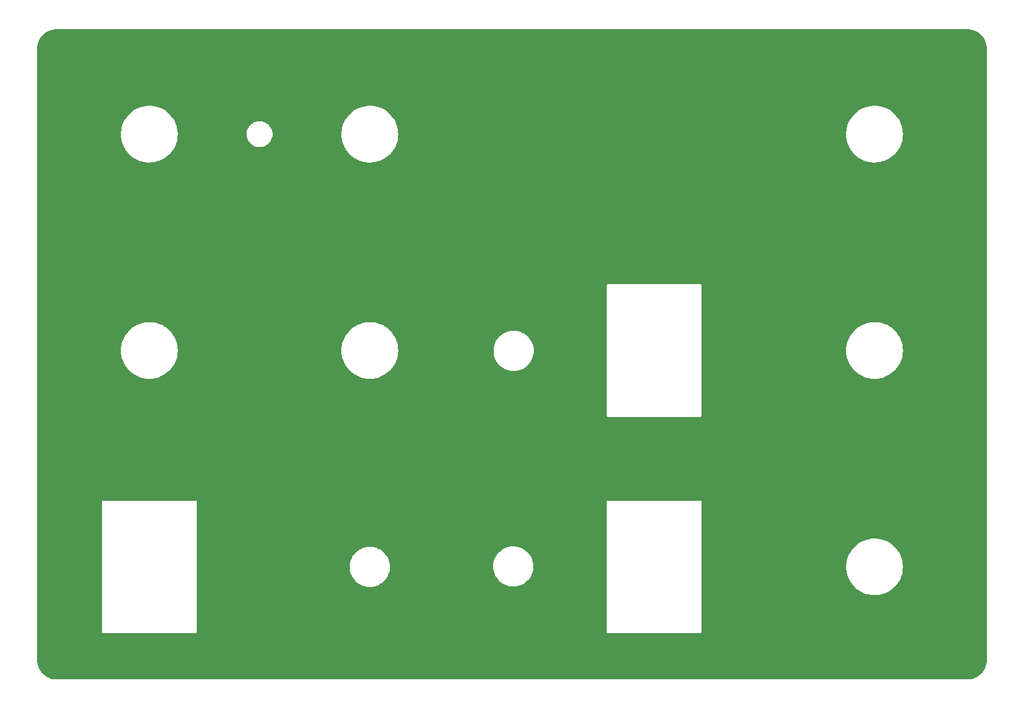
<source format=gbr>
%TF.GenerationSoftware,KiCad,Pcbnew,(6.0.7)*%
%TF.CreationDate,2023-11-07T16:40:30+11:00*%
%TF.ProjectId,Ekoplasm Kicad,456b6f70-6c61-4736-9d20-4b696361642e,rev?*%
%TF.SameCoordinates,Original*%
%TF.FileFunction,Copper,L1,Top*%
%TF.FilePolarity,Positive*%
%FSLAX46Y46*%
G04 Gerber Fmt 4.6, Leading zero omitted, Abs format (unit mm)*
G04 Created by KiCad (PCBNEW (6.0.7)) date 2023-11-07 16:40:30*
%MOMM*%
%LPD*%
G01*
G04 APERTURE LIST*
%TA.AperFunction,ComponentPad*%
%ADD10C,3.500000*%
%TD*%
G04 APERTURE END LIST*
D10*
%TO.P,H2,1,1*%
%TO.N,GND*%
X367766000Y-176992000D03*
%TD*%
%TO.P,H2,1,1*%
%TO.N,GND*%
X250926000Y-176992000D03*
%TD*%
%TO.P,H2,1,1*%
%TO.N,GND*%
X274167000Y-252049000D03*
%TD*%
%TO.P,H2,1,1*%
%TO.N,GND*%
X344525000Y-252125200D03*
%TD*%
%TA.AperFunction,Conductor*%
%TO.N,GND*%
G36*
X372746242Y-169194466D02*
G01*
X372751811Y-169194476D01*
X372765641Y-169197656D01*
X372779481Y-169194524D01*
X372793670Y-169194549D01*
X372793669Y-169195161D01*
X372801608Y-169194500D01*
X372951047Y-169202892D01*
X373072384Y-169209706D01*
X373086416Y-169211287D01*
X373381972Y-169261504D01*
X373395743Y-169264647D01*
X373683820Y-169347641D01*
X373697151Y-169352306D01*
X373974125Y-169467032D01*
X373986848Y-169473159D01*
X374098841Y-169535056D01*
X374249228Y-169618172D01*
X374261192Y-169625689D01*
X374505691Y-169799170D01*
X374516738Y-169807980D01*
X374740269Y-170007740D01*
X374750260Y-170017731D01*
X374950020Y-170241262D01*
X374958830Y-170252309D01*
X375132311Y-170496808D01*
X375139828Y-170508772D01*
X375284839Y-170771148D01*
X375290970Y-170783879D01*
X375405692Y-171060843D01*
X375410359Y-171074180D01*
X375493353Y-171362257D01*
X375496496Y-171376028D01*
X375544235Y-171656998D01*
X375546712Y-171671579D01*
X375548294Y-171685620D01*
X375563469Y-171955825D01*
X375562803Y-171963621D01*
X375563549Y-171963622D01*
X375563524Y-171977813D01*
X375560344Y-171991641D01*
X375563475Y-172005480D01*
X375563467Y-172010311D01*
X375565500Y-172028504D01*
X375565500Y-257088120D01*
X375563534Y-257105442D01*
X375563524Y-257111011D01*
X375560344Y-257124841D01*
X375563476Y-257138681D01*
X375563451Y-257152870D01*
X375562839Y-257152869D01*
X375563500Y-257160808D01*
X375548294Y-257431580D01*
X375546713Y-257445616D01*
X375496497Y-257741168D01*
X375493353Y-257754943D01*
X375410359Y-258043020D01*
X375405692Y-258056357D01*
X375290970Y-258333321D01*
X375284839Y-258346052D01*
X375139828Y-258608428D01*
X375132311Y-258620392D01*
X374958830Y-258864891D01*
X374950020Y-258875938D01*
X374750260Y-259099469D01*
X374740269Y-259109460D01*
X374516738Y-259309220D01*
X374505691Y-259318030D01*
X374261192Y-259491511D01*
X374249228Y-259499028D01*
X374234987Y-259506899D01*
X373986848Y-259644041D01*
X373974125Y-259650168D01*
X373697151Y-259764894D01*
X373683820Y-259769559D01*
X373395743Y-259852553D01*
X373381972Y-259855696D01*
X373086416Y-259905913D01*
X373072384Y-259907494D01*
X372802172Y-259922669D01*
X372794379Y-259922003D01*
X372794378Y-259922749D01*
X372780187Y-259922724D01*
X372766359Y-259919544D01*
X372752520Y-259922675D01*
X372747689Y-259922667D01*
X372729496Y-259924700D01*
X245963080Y-259924700D01*
X245945758Y-259922734D01*
X245940189Y-259922724D01*
X245926359Y-259919544D01*
X245912519Y-259922676D01*
X245898330Y-259922651D01*
X245898331Y-259922039D01*
X245890392Y-259922700D01*
X245740953Y-259914308D01*
X245619616Y-259907494D01*
X245605584Y-259905913D01*
X245310028Y-259855696D01*
X245296257Y-259852553D01*
X245008180Y-259769559D01*
X244994849Y-259764894D01*
X244717875Y-259650168D01*
X244705152Y-259644041D01*
X244457013Y-259506899D01*
X244442772Y-259499028D01*
X244430808Y-259491511D01*
X244186309Y-259318030D01*
X244175262Y-259309220D01*
X243951731Y-259109460D01*
X243941740Y-259099469D01*
X243741980Y-258875938D01*
X243733170Y-258864891D01*
X243559689Y-258620392D01*
X243552172Y-258608428D01*
X243407161Y-258346052D01*
X243401030Y-258333321D01*
X243286308Y-258056357D01*
X243281641Y-258043020D01*
X243198647Y-257754943D01*
X243195503Y-257741168D01*
X243145287Y-257445616D01*
X243143706Y-257431580D01*
X243128548Y-257161656D01*
X243130382Y-257140097D01*
X243129227Y-257139964D01*
X243130043Y-257132874D01*
X243131655Y-257125918D01*
X243131656Y-257125200D01*
X243129654Y-257116425D01*
X243126500Y-257088410D01*
X243126500Y-235196057D01*
X252169644Y-235196057D01*
X252174500Y-235196057D01*
X252174500Y-253244508D01*
X252174455Y-253295963D01*
X252180597Y-253308754D01*
X252181713Y-253313667D01*
X252184350Y-253321217D01*
X252186532Y-253325751D01*
X252189688Y-253339585D01*
X252198529Y-253350680D01*
X252200875Y-253355554D01*
X252204546Y-253361406D01*
X252207912Y-253365638D01*
X252214052Y-253378424D01*
X252225131Y-253387284D01*
X252228265Y-253391224D01*
X252233916Y-253396885D01*
X252237852Y-253400027D01*
X252246695Y-253411124D01*
X252259477Y-253417289D01*
X252263704Y-253420663D01*
X252269547Y-253424342D01*
X252274410Y-253426693D01*
X252285492Y-253435556D01*
X252299320Y-253438736D01*
X252303851Y-253440926D01*
X252311397Y-253443576D01*
X252316307Y-253444700D01*
X252329087Y-253450865D01*
X252352155Y-253450885D01*
X252352153Y-253452910D01*
X252352219Y-253452926D01*
X252352219Y-253450900D01*
X252369108Y-253450900D01*
X252420563Y-253450945D01*
X252420559Y-253455750D01*
X252420657Y-253455756D01*
X252420657Y-253450900D01*
X265219108Y-253450900D01*
X265256374Y-253450933D01*
X265256376Y-253450933D01*
X265270563Y-253450945D01*
X265283354Y-253444803D01*
X265288267Y-253443687D01*
X265295817Y-253441050D01*
X265300351Y-253438868D01*
X265314185Y-253435712D01*
X265325280Y-253426871D01*
X265330154Y-253424525D01*
X265336006Y-253420854D01*
X265340238Y-253417488D01*
X265353024Y-253411348D01*
X265361884Y-253400269D01*
X265365824Y-253397135D01*
X265371485Y-253391484D01*
X265374627Y-253387548D01*
X265385724Y-253378705D01*
X265391889Y-253365923D01*
X265395263Y-253361696D01*
X265398942Y-253355853D01*
X265401293Y-253350990D01*
X265410156Y-253339908D01*
X265413336Y-253326080D01*
X265415526Y-253321549D01*
X265418176Y-253314003D01*
X265419300Y-253309093D01*
X265425465Y-253296313D01*
X265425485Y-253273245D01*
X265427510Y-253273247D01*
X265427526Y-253273181D01*
X265425500Y-253273181D01*
X265425500Y-253256292D01*
X265425545Y-253204837D01*
X265430350Y-253204841D01*
X265430356Y-253204743D01*
X265425500Y-253204743D01*
X265425500Y-252012949D01*
X272691900Y-252012949D01*
X272693118Y-252034067D01*
X272705820Y-252254355D01*
X272706955Y-252259392D01*
X272706956Y-252259398D01*
X272748267Y-252442709D01*
X272758980Y-252490247D01*
X272760924Y-252495033D01*
X272760925Y-252495038D01*
X272848010Y-252709501D01*
X272849954Y-252714288D01*
X272976298Y-252920462D01*
X273134619Y-253103233D01*
X273320665Y-253257692D01*
X273529440Y-253379690D01*
X273755337Y-253465952D01*
X273760403Y-253466983D01*
X273760404Y-253466983D01*
X273866255Y-253488518D01*
X273992290Y-253514160D01*
X274128396Y-253519151D01*
X274228771Y-253522832D01*
X274228775Y-253522832D01*
X274233935Y-253523021D01*
X274239055Y-253522365D01*
X274239057Y-253522365D01*
X274468654Y-253492953D01*
X274468655Y-253492953D01*
X274473782Y-253492296D01*
X274567741Y-253464107D01*
X274700437Y-253424296D01*
X274705390Y-253422810D01*
X274922540Y-253316430D01*
X274983081Y-253273247D01*
X275115196Y-253179010D01*
X275119399Y-253176012D01*
X275290680Y-253005327D01*
X275431785Y-252808959D01*
X275538922Y-252592183D01*
X275609216Y-252360818D01*
X275613200Y-252330555D01*
X275640341Y-252124402D01*
X275640342Y-252124396D01*
X275640778Y-252121080D01*
X275642540Y-252049000D01*
X275622727Y-251808006D01*
X275563819Y-251573484D01*
X275467398Y-251351732D01*
X275369811Y-251200885D01*
X275338863Y-251153046D01*
X275338861Y-251153043D01*
X275336055Y-251148706D01*
X275173316Y-250969858D01*
X274983551Y-250819991D01*
X274771858Y-250703130D01*
X274631190Y-250653317D01*
X274548795Y-250624139D01*
X274548791Y-250624138D01*
X274543920Y-250622413D01*
X274538827Y-250621506D01*
X274538824Y-250621505D01*
X274310950Y-250580914D01*
X274310944Y-250580913D01*
X274305861Y-250580008D01*
X274226039Y-250579033D01*
X274069242Y-250577117D01*
X274069240Y-250577117D01*
X274064072Y-250577054D01*
X273825047Y-250613630D01*
X273595205Y-250688754D01*
X273380720Y-250800408D01*
X273376587Y-250803511D01*
X273376584Y-250803513D01*
X273248880Y-250899396D01*
X273187350Y-250945594D01*
X273020290Y-251120413D01*
X272884025Y-251320169D01*
X272881851Y-251324852D01*
X272881849Y-251324856D01*
X272785071Y-251533348D01*
X272782216Y-251539499D01*
X272717596Y-251772511D01*
X272717047Y-251777648D01*
X272703668Y-251902838D01*
X272691900Y-252012949D01*
X265425500Y-252012949D01*
X265425500Y-244112285D01*
X286730138Y-244112285D01*
X286730233Y-244115915D01*
X286730233Y-244115917D01*
X286732445Y-244200400D01*
X286736985Y-244373752D01*
X286738592Y-244435137D01*
X286784098Y-244754877D01*
X286866053Y-245067269D01*
X286983369Y-245368170D01*
X287005306Y-245409601D01*
X287109320Y-245606049D01*
X287134493Y-245653593D01*
X287136545Y-245656578D01*
X287136550Y-245656587D01*
X287315364Y-245916763D01*
X287315370Y-245916770D01*
X287317421Y-245919755D01*
X287319809Y-245922492D01*
X287485413Y-246112328D01*
X287529728Y-246163128D01*
X287768601Y-246380486D01*
X288030874Y-246568948D01*
X288313070Y-246726016D01*
X288611448Y-246849608D01*
X288614942Y-246850603D01*
X288614944Y-246850604D01*
X288918554Y-246937090D01*
X288918559Y-246937091D01*
X288922055Y-246938087D01*
X289141264Y-246973984D01*
X289237192Y-246989693D01*
X289237196Y-246989693D01*
X289240772Y-246990279D01*
X289244398Y-246990450D01*
X289559749Y-247005321D01*
X289559750Y-247005321D01*
X289563376Y-247005492D01*
X289575707Y-247004651D01*
X289881960Y-246983774D01*
X289881968Y-246983773D01*
X289885591Y-246983526D01*
X289889167Y-246982863D01*
X289889169Y-246982863D01*
X290199580Y-246925332D01*
X290199584Y-246925331D01*
X290203145Y-246924671D01*
X290511830Y-246829707D01*
X290744884Y-246727403D01*
X290804232Y-246701351D01*
X290804236Y-246701349D01*
X290807555Y-246699892D01*
X290847410Y-246676603D01*
X291083259Y-246538784D01*
X291083261Y-246538783D01*
X291086399Y-246536949D01*
X291154059Y-246486149D01*
X291341761Y-246345219D01*
X291341765Y-246345216D01*
X291344668Y-246343036D01*
X291578936Y-246120723D01*
X291786101Y-245872957D01*
X291817646Y-245824934D01*
X291961427Y-245606049D01*
X291961432Y-245606040D01*
X291963414Y-245603023D01*
X292079060Y-245373087D01*
X292106900Y-245317734D01*
X292106903Y-245317726D01*
X292108527Y-245314498D01*
X292197765Y-245070646D01*
X292218269Y-245014616D01*
X292218270Y-245014612D01*
X292219517Y-245011205D01*
X292220362Y-245007683D01*
X292220365Y-245007675D01*
X292294064Y-244700695D01*
X292294065Y-244700691D01*
X292294911Y-244697166D01*
X292300631Y-244649895D01*
X292333374Y-244379322D01*
X292333374Y-244379316D01*
X292333710Y-244376543D01*
X292339246Y-244200400D01*
X292339085Y-244197604D01*
X292331236Y-244061485D01*
X306719938Y-244061485D01*
X306720033Y-244065115D01*
X306720033Y-244065117D01*
X306722245Y-244149600D01*
X306726785Y-244322952D01*
X306728392Y-244384337D01*
X306773898Y-244704077D01*
X306855853Y-245016469D01*
X306973169Y-245317370D01*
X306998272Y-245364782D01*
X307099120Y-245555249D01*
X307124293Y-245602793D01*
X307126345Y-245605778D01*
X307126350Y-245605787D01*
X307305164Y-245865963D01*
X307305170Y-245865970D01*
X307307221Y-245868955D01*
X307519528Y-246112328D01*
X307758401Y-246329686D01*
X308020674Y-246518148D01*
X308302870Y-246675216D01*
X308601248Y-246798808D01*
X308604742Y-246799803D01*
X308604744Y-246799804D01*
X308908354Y-246886290D01*
X308908359Y-246886291D01*
X308911855Y-246887287D01*
X309131064Y-246923184D01*
X309226992Y-246938893D01*
X309226996Y-246938893D01*
X309230572Y-246939479D01*
X309234198Y-246939650D01*
X309549549Y-246954521D01*
X309549550Y-246954521D01*
X309553176Y-246954692D01*
X309565507Y-246953851D01*
X309871760Y-246932974D01*
X309871768Y-246932973D01*
X309875391Y-246932726D01*
X309878967Y-246932063D01*
X309878969Y-246932063D01*
X310189380Y-246874532D01*
X310189384Y-246874531D01*
X310192945Y-246873871D01*
X310501630Y-246778907D01*
X310734684Y-246676603D01*
X310794032Y-246650551D01*
X310794036Y-246650549D01*
X310797355Y-246649092D01*
X310931477Y-246570718D01*
X311073059Y-246487984D01*
X311073061Y-246487983D01*
X311076199Y-246486149D01*
X311079108Y-246483965D01*
X311331561Y-246294419D01*
X311331565Y-246294416D01*
X311334468Y-246292236D01*
X311568736Y-246069923D01*
X311775901Y-245822157D01*
X311795598Y-245792171D01*
X311951227Y-245555249D01*
X311951232Y-245555240D01*
X311953214Y-245552223D01*
X312044165Y-245371388D01*
X312096700Y-245266934D01*
X312096703Y-245266926D01*
X312098327Y-245263698D01*
X312164192Y-245083715D01*
X312208069Y-244963816D01*
X312208070Y-244963812D01*
X312209317Y-244960405D01*
X312210162Y-244956883D01*
X312210165Y-244956875D01*
X312283864Y-244649895D01*
X312283865Y-244649891D01*
X312284711Y-244646366D01*
X312286982Y-244627600D01*
X312323174Y-244328522D01*
X312323174Y-244328516D01*
X312323510Y-244325743D01*
X312326582Y-244228015D01*
X312328958Y-244152396D01*
X312329046Y-244149600D01*
X312327104Y-244115917D01*
X312310664Y-243830793D01*
X312310663Y-243830788D01*
X312310455Y-243827173D01*
X312263794Y-243559820D01*
X312255552Y-243512593D01*
X312255550Y-243512586D01*
X312254928Y-243509020D01*
X312230665Y-243427107D01*
X312179282Y-243253642D01*
X312163202Y-243199357D01*
X312036492Y-242902289D01*
X311876477Y-242621754D01*
X311829520Y-242557829D01*
X311687422Y-242364386D01*
X311687420Y-242364383D01*
X311685279Y-242361469D01*
X311667817Y-242342677D01*
X311467899Y-242127540D01*
X311465432Y-242124885D01*
X311398215Y-242067476D01*
X311293998Y-241978467D01*
X311219849Y-241915138D01*
X310951786Y-241735007D01*
X310864163Y-241689781D01*
X310668016Y-241588542D01*
X310664796Y-241586880D01*
X310362683Y-241472721D01*
X310359162Y-241471837D01*
X310359157Y-241471835D01*
X310189939Y-241429331D01*
X310049451Y-241394043D01*
X310029605Y-241391430D01*
X309732855Y-241352362D01*
X309732847Y-241352361D01*
X309729251Y-241351888D01*
X309594881Y-241349777D01*
X309409970Y-241346872D01*
X309409966Y-241346872D01*
X309406328Y-241346815D01*
X309402713Y-241347176D01*
X309402708Y-241347176D01*
X309174932Y-241369911D01*
X309084963Y-241378891D01*
X308862763Y-241427339D01*
X308782481Y-241444843D01*
X308769414Y-241447692D01*
X308765987Y-241448865D01*
X308765981Y-241448867D01*
X308467295Y-241551130D01*
X308467290Y-241551132D01*
X308463864Y-241552305D01*
X308460596Y-241553864D01*
X308460588Y-241553867D01*
X308335698Y-241613437D01*
X308172362Y-241691344D01*
X307898774Y-241862966D01*
X307895940Y-241865236D01*
X307895935Y-241865240D01*
X307754605Y-241978467D01*
X307646724Y-242064896D01*
X307644171Y-242067476D01*
X307440299Y-242273495D01*
X307419554Y-242294458D01*
X307220274Y-242548608D01*
X307218381Y-242551697D01*
X307218379Y-242551700D01*
X307168906Y-242632433D01*
X307051527Y-242823979D01*
X306915548Y-243116920D01*
X306914408Y-243120367D01*
X306820268Y-243405021D01*
X306814140Y-243423549D01*
X306748648Y-243739801D01*
X306719938Y-244061485D01*
X292331236Y-244061485D01*
X292320864Y-243881593D01*
X292320863Y-243881588D01*
X292320655Y-243877973D01*
X292265128Y-243559820D01*
X292250081Y-243509020D01*
X292174434Y-243253642D01*
X292173402Y-243250157D01*
X292153221Y-243202842D01*
X292048114Y-242956423D01*
X292046692Y-242953089D01*
X291886677Y-242672554D01*
X291884533Y-242669635D01*
X291697622Y-242415186D01*
X291697620Y-242415183D01*
X291695479Y-242412269D01*
X291650984Y-242364386D01*
X291478099Y-242178340D01*
X291475632Y-242175685D01*
X291413396Y-242122530D01*
X291304198Y-242029267D01*
X291230049Y-241965938D01*
X290961986Y-241785807D01*
X290874363Y-241740581D01*
X290678216Y-241639342D01*
X290674996Y-241637680D01*
X290372883Y-241523521D01*
X290369362Y-241522637D01*
X290369357Y-241522635D01*
X290175754Y-241474006D01*
X290059651Y-241444843D01*
X290039805Y-241442230D01*
X289743055Y-241403162D01*
X289743047Y-241403161D01*
X289739451Y-241402688D01*
X289605081Y-241400577D01*
X289420170Y-241397672D01*
X289420166Y-241397672D01*
X289416528Y-241397615D01*
X289412913Y-241397976D01*
X289412908Y-241397976D01*
X289185132Y-241420711D01*
X289095163Y-241429691D01*
X288779614Y-241498492D01*
X288776187Y-241499665D01*
X288776181Y-241499667D01*
X288477495Y-241601930D01*
X288477490Y-241601932D01*
X288474064Y-241603105D01*
X288470796Y-241604664D01*
X288470788Y-241604667D01*
X288398091Y-241639342D01*
X288182562Y-241742144D01*
X287908974Y-241913766D01*
X287906140Y-241916036D01*
X287906135Y-241916040D01*
X287840914Y-241968292D01*
X287656924Y-242115696D01*
X287429754Y-242345258D01*
X287230474Y-242599408D01*
X287228581Y-242602497D01*
X287228579Y-242602500D01*
X287204293Y-242642132D01*
X287061727Y-242874779D01*
X286925748Y-243167720D01*
X286924608Y-243171167D01*
X286841141Y-243423549D01*
X286824340Y-243474349D01*
X286758848Y-243790601D01*
X286730138Y-244112285D01*
X265425500Y-244112285D01*
X265425500Y-235196057D01*
X322527644Y-235196057D01*
X322532500Y-235196057D01*
X322532500Y-253244508D01*
X322532455Y-253295963D01*
X322538597Y-253308754D01*
X322539713Y-253313667D01*
X322542350Y-253321217D01*
X322544532Y-253325751D01*
X322547688Y-253339585D01*
X322556529Y-253350680D01*
X322558875Y-253355554D01*
X322562546Y-253361406D01*
X322565912Y-253365638D01*
X322572052Y-253378424D01*
X322583131Y-253387284D01*
X322586265Y-253391224D01*
X322591916Y-253396885D01*
X322595852Y-253400027D01*
X322604695Y-253411124D01*
X322617477Y-253417289D01*
X322621704Y-253420663D01*
X322627547Y-253424342D01*
X322632410Y-253426693D01*
X322643492Y-253435556D01*
X322657320Y-253438736D01*
X322661851Y-253440926D01*
X322669397Y-253443576D01*
X322674307Y-253444700D01*
X322687087Y-253450865D01*
X322710155Y-253450885D01*
X322710153Y-253452910D01*
X322710219Y-253452926D01*
X322710219Y-253450900D01*
X322727108Y-253450900D01*
X322778563Y-253450945D01*
X322778559Y-253455750D01*
X322778657Y-253455756D01*
X322778657Y-253450900D01*
X335577108Y-253450900D01*
X335614374Y-253450933D01*
X335614376Y-253450933D01*
X335628563Y-253450945D01*
X335641354Y-253444803D01*
X335646267Y-253443687D01*
X335653817Y-253441050D01*
X335658351Y-253438868D01*
X335672185Y-253435712D01*
X335683280Y-253426871D01*
X335688154Y-253424525D01*
X335694006Y-253420854D01*
X335698238Y-253417488D01*
X335711024Y-253411348D01*
X335719884Y-253400269D01*
X335723824Y-253397135D01*
X335729485Y-253391484D01*
X335732627Y-253387548D01*
X335743724Y-253378705D01*
X335749889Y-253365923D01*
X335753263Y-253361696D01*
X335756942Y-253355853D01*
X335759293Y-253350990D01*
X335768156Y-253339908D01*
X335771336Y-253326080D01*
X335773526Y-253321549D01*
X335776176Y-253314003D01*
X335777300Y-253309093D01*
X335783465Y-253296313D01*
X335783485Y-253273245D01*
X335785510Y-253273247D01*
X335785526Y-253273181D01*
X335783500Y-253273181D01*
X335783500Y-253256292D01*
X335783545Y-253204837D01*
X335788350Y-253204841D01*
X335788356Y-253204743D01*
X335783500Y-253204743D01*
X335783500Y-252089149D01*
X343049900Y-252089149D01*
X343051118Y-252110267D01*
X343063820Y-252330555D01*
X343064955Y-252335592D01*
X343064956Y-252335598D01*
X343098401Y-252484005D01*
X343116980Y-252566447D01*
X343118924Y-252571233D01*
X343118925Y-252571238D01*
X343206010Y-252785701D01*
X343207954Y-252790488D01*
X343334298Y-252996662D01*
X343492619Y-253179433D01*
X343678665Y-253333892D01*
X343887440Y-253455890D01*
X343892265Y-253457732D01*
X343892266Y-253457733D01*
X343971246Y-253487892D01*
X344113337Y-253542152D01*
X344118403Y-253543183D01*
X344118404Y-253543183D01*
X344224255Y-253564718D01*
X344350290Y-253590360D01*
X344486396Y-253595351D01*
X344586771Y-253599032D01*
X344586775Y-253599032D01*
X344591935Y-253599221D01*
X344597055Y-253598565D01*
X344597057Y-253598565D01*
X344826654Y-253569153D01*
X344826655Y-253569153D01*
X344831782Y-253568496D01*
X344925741Y-253540307D01*
X345058437Y-253500496D01*
X345063390Y-253499010D01*
X345280540Y-253392630D01*
X345296098Y-253381533D01*
X345473196Y-253255210D01*
X345477399Y-253252212D01*
X345648680Y-253081527D01*
X345789785Y-252885159D01*
X345872058Y-252718692D01*
X345894628Y-252673025D01*
X345894629Y-252673023D01*
X345896922Y-252668383D01*
X345967216Y-252437018D01*
X345981232Y-252330555D01*
X345998341Y-252200602D01*
X345998342Y-252200596D01*
X345998778Y-252197280D01*
X346000540Y-252125200D01*
X345980727Y-251884206D01*
X345921819Y-251649684D01*
X345825398Y-251427932D01*
X345755683Y-251320169D01*
X345696863Y-251229246D01*
X345696861Y-251229243D01*
X345694055Y-251224906D01*
X345531316Y-251046058D01*
X345341551Y-250896191D01*
X345129858Y-250779330D01*
X345006374Y-250735602D01*
X344906795Y-250700339D01*
X344906791Y-250700338D01*
X344901920Y-250698613D01*
X344896827Y-250697706D01*
X344896824Y-250697705D01*
X344668950Y-250657114D01*
X344668944Y-250657113D01*
X344663861Y-250656208D01*
X344584039Y-250655233D01*
X344427242Y-250653317D01*
X344427240Y-250653317D01*
X344422072Y-250653254D01*
X344183047Y-250689830D01*
X343953205Y-250764954D01*
X343948613Y-250767344D01*
X343948614Y-250767344D01*
X343852283Y-250817491D01*
X343738720Y-250876608D01*
X343734587Y-250879711D01*
X343734584Y-250879713D01*
X343549485Y-251018689D01*
X343545350Y-251021794D01*
X343378290Y-251196613D01*
X343242025Y-251396369D01*
X343239851Y-251401052D01*
X343239849Y-251401056D01*
X343173269Y-251544491D01*
X343140216Y-251615699D01*
X343138832Y-251620691D01*
X343086885Y-251808006D01*
X343075596Y-251848711D01*
X343075047Y-251853848D01*
X343054191Y-252049000D01*
X343049900Y-252089149D01*
X335783500Y-252089149D01*
X335783500Y-244186592D01*
X355936447Y-244186592D01*
X355936597Y-244189774D01*
X355937098Y-244200400D01*
X355954595Y-244571424D01*
X355955301Y-244586397D01*
X355955773Y-244589554D01*
X355955773Y-244589556D01*
X355964791Y-244649895D01*
X356014462Y-244982249D01*
X356015248Y-244985331D01*
X356015248Y-244985333D01*
X356100704Y-245320588D01*
X356113323Y-245370096D01*
X356250872Y-245745967D01*
X356425701Y-246106014D01*
X356636021Y-246446550D01*
X356637964Y-246449083D01*
X356637966Y-246449085D01*
X356851528Y-246727403D01*
X356879677Y-246764088D01*
X357154174Y-247055378D01*
X357156579Y-247057462D01*
X357156585Y-247057467D01*
X357189481Y-247085962D01*
X357456704Y-247317437D01*
X357784167Y-247547582D01*
X357835119Y-247576175D01*
X358110042Y-247730455D01*
X358133211Y-247743457D01*
X358136126Y-247744724D01*
X358136129Y-247744726D01*
X358171586Y-247760143D01*
X358500263Y-247903056D01*
X358881565Y-248024744D01*
X359094336Y-248069582D01*
X359270092Y-248106620D01*
X359270097Y-248106621D01*
X359273211Y-248107277D01*
X359671194Y-248149809D01*
X359674382Y-248149826D01*
X359674387Y-248149826D01*
X359855973Y-248150777D01*
X360071437Y-248151905D01*
X360222994Y-248137312D01*
X360466678Y-248113848D01*
X360466683Y-248113847D01*
X360469843Y-248113543D01*
X360472962Y-248112920D01*
X360472967Y-248112919D01*
X360666454Y-248074256D01*
X360862332Y-248035116D01*
X361156118Y-247944736D01*
X361241845Y-247918363D01*
X361241848Y-247918362D01*
X361244887Y-247917427D01*
X361247815Y-247916190D01*
X361247821Y-247916188D01*
X361413986Y-247845996D01*
X361613590Y-247761680D01*
X361616393Y-247760146D01*
X361616398Y-247760143D01*
X361776782Y-247672335D01*
X361964667Y-247569471D01*
X362294522Y-247342768D01*
X362296961Y-247340700D01*
X362296967Y-247340695D01*
X362597338Y-247085962D01*
X362599779Y-247083892D01*
X362601985Y-247081600D01*
X362601991Y-247081594D01*
X362802912Y-246872805D01*
X362877312Y-246795492D01*
X363124280Y-246480522D01*
X363219635Y-246329686D01*
X363284951Y-246226365D01*
X363338153Y-246142208D01*
X363339573Y-246139360D01*
X363339578Y-246139351D01*
X363515323Y-245786859D01*
X363516743Y-245784011D01*
X363658221Y-245409601D01*
X363668733Y-245370096D01*
X363750241Y-245063766D01*
X363761138Y-245022811D01*
X363763563Y-245007675D01*
X363805423Y-244746331D01*
X363824441Y-244627600D01*
X363847481Y-244228015D01*
X363847577Y-244200400D01*
X363847436Y-244197604D01*
X363827488Y-243803837D01*
X363827487Y-243803832D01*
X363827327Y-243800664D01*
X363782699Y-243509020D01*
X363767269Y-243408181D01*
X363767267Y-243408172D01*
X363766785Y-243405021D01*
X363713597Y-243199357D01*
X363667368Y-243020601D01*
X363667365Y-243020593D01*
X363666571Y-243017521D01*
X363660600Y-243001379D01*
X363528820Y-242645129D01*
X363528817Y-242645123D01*
X363527711Y-242642132D01*
X363351626Y-242282698D01*
X363246655Y-242114056D01*
X363141806Y-241945608D01*
X363141798Y-241945597D01*
X363140119Y-241942899D01*
X362994767Y-241754835D01*
X362897308Y-241628737D01*
X362897303Y-241628732D01*
X362895356Y-241626212D01*
X362872313Y-241601930D01*
X362622042Y-241338199D01*
X362622039Y-241338197D01*
X362619843Y-241335882D01*
X362608794Y-241326378D01*
X362318816Y-241076958D01*
X362318813Y-241076956D01*
X362316401Y-241074881D01*
X361988136Y-240845880D01*
X361638410Y-240651225D01*
X361635490Y-240649967D01*
X361635485Y-240649965D01*
X361273738Y-240494172D01*
X361273728Y-240494168D01*
X361270804Y-240492909D01*
X360889080Y-240372552D01*
X360607854Y-240314313D01*
X360500272Y-240292034D01*
X360500269Y-240292034D01*
X360497147Y-240291387D01*
X360191738Y-240259826D01*
X360102175Y-240250570D01*
X360102172Y-240250570D01*
X360099019Y-240250244D01*
X360095852Y-240250238D01*
X360095843Y-240250238D01*
X359898515Y-240249894D01*
X359698771Y-240249545D01*
X359398479Y-240279518D01*
X359303686Y-240288980D01*
X359303684Y-240288980D01*
X359300501Y-240289298D01*
X359297361Y-240289937D01*
X359297360Y-240289937D01*
X358911422Y-240368457D01*
X358911415Y-240368459D01*
X358908288Y-240369095D01*
X358526146Y-240488119D01*
X358523218Y-240489368D01*
X358160919Y-240643901D01*
X358160915Y-240643903D01*
X358157989Y-240645151D01*
X358155210Y-240646685D01*
X358155204Y-240646688D01*
X358112350Y-240670345D01*
X357807586Y-240838584D01*
X357804965Y-240840399D01*
X357804960Y-240840402D01*
X357797049Y-240845880D01*
X357478524Y-241066437D01*
X357174172Y-241326378D01*
X357171972Y-241328680D01*
X357171969Y-241328683D01*
X357101303Y-241402631D01*
X356897648Y-241615744D01*
X356895691Y-241618258D01*
X356895690Y-241618259D01*
X356662744Y-241917492D01*
X356651781Y-241931574D01*
X356650085Y-241934278D01*
X356650082Y-241934282D01*
X356569573Y-242062625D01*
X356439090Y-242270634D01*
X356261751Y-242629451D01*
X356121581Y-243004353D01*
X356020015Y-243391500D01*
X356014439Y-243427107D01*
X355964907Y-243743412D01*
X355958092Y-243786930D01*
X355957921Y-243790092D01*
X355957920Y-243790099D01*
X355943026Y-244065117D01*
X355936447Y-244186592D01*
X335783500Y-244186592D01*
X335783500Y-235156292D01*
X335783545Y-235104837D01*
X335777403Y-235092046D01*
X335776287Y-235087133D01*
X335773650Y-235079583D01*
X335771468Y-235075049D01*
X335768312Y-235061215D01*
X335759471Y-235050120D01*
X335757125Y-235045246D01*
X335753454Y-235039394D01*
X335750088Y-235035162D01*
X335743948Y-235022376D01*
X335732869Y-235013516D01*
X335729735Y-235009576D01*
X335724084Y-235003915D01*
X335720148Y-235000773D01*
X335711305Y-234989676D01*
X335698523Y-234983511D01*
X335694296Y-234980137D01*
X335688453Y-234976458D01*
X335683590Y-234974107D01*
X335672508Y-234965244D01*
X335658680Y-234962064D01*
X335654149Y-234959874D01*
X335646603Y-234957224D01*
X335641693Y-234956100D01*
X335628913Y-234949935D01*
X335605845Y-234949915D01*
X335605847Y-234947890D01*
X335605781Y-234947874D01*
X335605781Y-234949900D01*
X335588892Y-234949900D01*
X335537437Y-234949855D01*
X335537441Y-234945050D01*
X335537343Y-234945044D01*
X335537343Y-234949900D01*
X322738892Y-234949900D01*
X322701626Y-234949867D01*
X322701624Y-234949867D01*
X322687437Y-234949855D01*
X322674646Y-234955997D01*
X322669733Y-234957113D01*
X322662183Y-234959750D01*
X322657649Y-234961932D01*
X322643815Y-234965088D01*
X322632720Y-234973929D01*
X322627846Y-234976275D01*
X322621994Y-234979946D01*
X322617762Y-234983312D01*
X322604976Y-234989452D01*
X322596116Y-235000531D01*
X322592176Y-235003665D01*
X322586515Y-235009316D01*
X322583373Y-235013252D01*
X322572276Y-235022095D01*
X322566111Y-235034877D01*
X322562737Y-235039104D01*
X322559058Y-235044947D01*
X322556707Y-235049810D01*
X322547844Y-235060892D01*
X322544664Y-235074720D01*
X322542474Y-235079251D01*
X322539824Y-235086797D01*
X322538700Y-235091707D01*
X322532535Y-235104487D01*
X322532515Y-235127555D01*
X322530490Y-235127553D01*
X322530474Y-235127619D01*
X322532500Y-235127619D01*
X322532500Y-235144508D01*
X322532455Y-235195963D01*
X322527650Y-235195959D01*
X322527644Y-235196057D01*
X265425500Y-235196057D01*
X265425500Y-235156292D01*
X265425545Y-235104837D01*
X265419403Y-235092046D01*
X265418287Y-235087133D01*
X265415650Y-235079583D01*
X265413468Y-235075049D01*
X265410312Y-235061215D01*
X265401471Y-235050120D01*
X265399125Y-235045246D01*
X265395454Y-235039394D01*
X265392088Y-235035162D01*
X265385948Y-235022376D01*
X265374869Y-235013516D01*
X265371735Y-235009576D01*
X265366084Y-235003915D01*
X265362148Y-235000773D01*
X265353305Y-234989676D01*
X265340523Y-234983511D01*
X265336296Y-234980137D01*
X265330453Y-234976458D01*
X265325590Y-234974107D01*
X265314508Y-234965244D01*
X265300680Y-234962064D01*
X265296149Y-234959874D01*
X265288603Y-234957224D01*
X265283693Y-234956100D01*
X265270913Y-234949935D01*
X265247845Y-234949915D01*
X265247847Y-234947890D01*
X265247781Y-234947874D01*
X265247781Y-234949900D01*
X265230892Y-234949900D01*
X265179437Y-234949855D01*
X265179441Y-234945050D01*
X265179343Y-234945044D01*
X265179343Y-234949900D01*
X252380892Y-234949900D01*
X252343626Y-234949867D01*
X252343624Y-234949867D01*
X252329437Y-234949855D01*
X252316646Y-234955997D01*
X252311733Y-234957113D01*
X252304183Y-234959750D01*
X252299649Y-234961932D01*
X252285815Y-234965088D01*
X252274720Y-234973929D01*
X252269846Y-234976275D01*
X252263994Y-234979946D01*
X252259762Y-234983312D01*
X252246976Y-234989452D01*
X252238116Y-235000531D01*
X252234176Y-235003665D01*
X252228515Y-235009316D01*
X252225373Y-235013252D01*
X252214276Y-235022095D01*
X252208111Y-235034877D01*
X252204737Y-235039104D01*
X252201058Y-235044947D01*
X252198707Y-235049810D01*
X252189844Y-235060892D01*
X252186664Y-235074720D01*
X252184474Y-235079251D01*
X252181824Y-235086797D01*
X252180700Y-235091707D01*
X252174535Y-235104487D01*
X252174515Y-235127555D01*
X252172490Y-235127553D01*
X252172474Y-235127619D01*
X252174500Y-235127619D01*
X252174500Y-235144508D01*
X252174455Y-235195963D01*
X252169650Y-235195959D01*
X252169644Y-235196057D01*
X243126500Y-235196057D01*
X243126500Y-214011392D01*
X254844447Y-214011392D01*
X254844597Y-214014574D01*
X254845098Y-214025200D01*
X254862595Y-214396224D01*
X254863301Y-214411197D01*
X254922462Y-214807049D01*
X254923248Y-214810131D01*
X254923248Y-214810133D01*
X254942792Y-214886805D01*
X255021323Y-215194896D01*
X255040386Y-215246988D01*
X255126260Y-215481649D01*
X255158872Y-215570767D01*
X255160264Y-215573633D01*
X255330804Y-215924847D01*
X255333701Y-215930814D01*
X255544021Y-216271350D01*
X255545964Y-216273883D01*
X255545966Y-216273885D01*
X255775994Y-216573662D01*
X255787677Y-216588888D01*
X256062174Y-216880178D01*
X256064579Y-216882262D01*
X256064585Y-216882267D01*
X256097481Y-216910762D01*
X256364704Y-217142237D01*
X256692167Y-217372382D01*
X256743119Y-217400975D01*
X257018042Y-217555255D01*
X257041211Y-217568257D01*
X257044126Y-217569524D01*
X257044129Y-217569526D01*
X257079586Y-217584943D01*
X257408263Y-217727856D01*
X257789565Y-217849544D01*
X258002336Y-217894382D01*
X258178092Y-217931420D01*
X258178097Y-217931421D01*
X258181211Y-217932077D01*
X258579194Y-217974609D01*
X258582382Y-217974626D01*
X258582387Y-217974626D01*
X258763973Y-217975577D01*
X258979437Y-217976705D01*
X259130994Y-217962112D01*
X259374678Y-217938648D01*
X259374683Y-217938647D01*
X259377843Y-217938343D01*
X259380962Y-217937720D01*
X259380967Y-217937719D01*
X259574454Y-217899056D01*
X259770332Y-217859916D01*
X260064118Y-217769536D01*
X260149845Y-217743163D01*
X260149848Y-217743162D01*
X260152887Y-217742227D01*
X260155815Y-217740990D01*
X260155821Y-217740988D01*
X260321986Y-217670796D01*
X260521590Y-217586480D01*
X260524393Y-217584946D01*
X260524398Y-217584943D01*
X260684782Y-217497135D01*
X260872667Y-217394271D01*
X261202522Y-217167568D01*
X261204961Y-217165500D01*
X261204967Y-217165495D01*
X261505338Y-216910762D01*
X261507779Y-216908692D01*
X261509985Y-216906400D01*
X261509991Y-216906394D01*
X261783105Y-216622585D01*
X261785312Y-216620292D01*
X262032280Y-216305322D01*
X262246153Y-215967008D01*
X262247573Y-215964160D01*
X262247578Y-215964151D01*
X262423323Y-215611659D01*
X262424743Y-215608811D01*
X262566221Y-215234401D01*
X262576733Y-215194896D01*
X262658709Y-214886805D01*
X262669138Y-214847611D01*
X262676140Y-214803901D01*
X262731936Y-214455551D01*
X262732441Y-214452400D01*
X262755481Y-214052815D01*
X262755577Y-214025200D01*
X262754878Y-214011392D01*
X285578447Y-214011392D01*
X285578597Y-214014574D01*
X285579098Y-214025200D01*
X285596595Y-214396224D01*
X285597301Y-214411197D01*
X285656462Y-214807049D01*
X285657248Y-214810131D01*
X285657248Y-214810133D01*
X285676792Y-214886805D01*
X285755323Y-215194896D01*
X285774386Y-215246988D01*
X285860260Y-215481649D01*
X285892872Y-215570767D01*
X285894264Y-215573633D01*
X286064804Y-215924847D01*
X286067701Y-215930814D01*
X286278021Y-216271350D01*
X286279964Y-216273883D01*
X286279966Y-216273885D01*
X286509994Y-216573662D01*
X286521677Y-216588888D01*
X286796174Y-216880178D01*
X286798579Y-216882262D01*
X286798585Y-216882267D01*
X286831481Y-216910762D01*
X287098704Y-217142237D01*
X287426167Y-217372382D01*
X287477119Y-217400975D01*
X287752042Y-217555255D01*
X287775211Y-217568257D01*
X287778126Y-217569524D01*
X287778129Y-217569526D01*
X287813586Y-217584943D01*
X288142263Y-217727856D01*
X288523565Y-217849544D01*
X288736336Y-217894382D01*
X288912092Y-217931420D01*
X288912097Y-217931421D01*
X288915211Y-217932077D01*
X289313194Y-217974609D01*
X289316382Y-217974626D01*
X289316387Y-217974626D01*
X289497973Y-217975577D01*
X289713437Y-217976705D01*
X289864994Y-217962112D01*
X290108678Y-217938648D01*
X290108683Y-217938647D01*
X290111843Y-217938343D01*
X290114962Y-217937720D01*
X290114967Y-217937719D01*
X290308454Y-217899056D01*
X290504332Y-217859916D01*
X290798118Y-217769536D01*
X290883845Y-217743163D01*
X290883848Y-217743162D01*
X290886887Y-217742227D01*
X290889815Y-217740990D01*
X290889821Y-217740988D01*
X291055986Y-217670796D01*
X291255590Y-217586480D01*
X291258393Y-217584946D01*
X291258398Y-217584943D01*
X291418782Y-217497135D01*
X291606667Y-217394271D01*
X291936522Y-217167568D01*
X291938961Y-217165500D01*
X291938967Y-217165495D01*
X292239338Y-216910762D01*
X292241779Y-216908692D01*
X292243985Y-216906400D01*
X292243991Y-216906394D01*
X292517105Y-216622585D01*
X292519312Y-216620292D01*
X292766280Y-216305322D01*
X292980153Y-215967008D01*
X292981573Y-215964160D01*
X292981578Y-215964151D01*
X293157323Y-215611659D01*
X293158743Y-215608811D01*
X293300221Y-215234401D01*
X293310733Y-215194896D01*
X293392709Y-214886805D01*
X293403138Y-214847611D01*
X293410140Y-214803901D01*
X293465936Y-214455551D01*
X293466441Y-214452400D01*
X293489481Y-214052815D01*
X293489577Y-214025200D01*
X293487687Y-213987885D01*
X306770738Y-213987885D01*
X306770833Y-213991515D01*
X306770833Y-213991517D01*
X306773045Y-214076000D01*
X306777585Y-214249352D01*
X306779192Y-214310737D01*
X306824698Y-214630477D01*
X306906653Y-214942869D01*
X306907970Y-214946246D01*
X307019117Y-215231324D01*
X307023969Y-215243770D01*
X307025673Y-215246988D01*
X307149920Y-215481649D01*
X307175093Y-215529193D01*
X307177145Y-215532178D01*
X307177150Y-215532187D01*
X307355964Y-215792363D01*
X307355970Y-215792370D01*
X307358021Y-215795355D01*
X307570328Y-216038728D01*
X307809201Y-216256086D01*
X308071474Y-216444548D01*
X308353670Y-216601616D01*
X308652048Y-216725208D01*
X308655542Y-216726203D01*
X308655544Y-216726204D01*
X308959154Y-216812690D01*
X308959159Y-216812691D01*
X308962655Y-216813687D01*
X309181864Y-216849584D01*
X309277792Y-216865293D01*
X309277796Y-216865293D01*
X309281372Y-216865879D01*
X309284998Y-216866050D01*
X309600349Y-216880921D01*
X309600350Y-216880921D01*
X309603976Y-216881092D01*
X309617383Y-216880178D01*
X309922560Y-216859374D01*
X309922568Y-216859373D01*
X309926191Y-216859126D01*
X309929767Y-216858463D01*
X309929769Y-216858463D01*
X310240180Y-216800932D01*
X310240184Y-216800931D01*
X310243745Y-216800271D01*
X310552430Y-216705307D01*
X310785484Y-216603003D01*
X310844832Y-216576951D01*
X310844836Y-216576949D01*
X310848155Y-216575492D01*
X311126999Y-216412549D01*
X311311683Y-216273885D01*
X311382361Y-216220819D01*
X311382365Y-216220816D01*
X311385268Y-216218636D01*
X311619536Y-215996323D01*
X311826701Y-215748557D01*
X311920453Y-215605833D01*
X312002027Y-215481649D01*
X312002032Y-215481640D01*
X312004014Y-215478623D01*
X312076571Y-215334360D01*
X312147500Y-215193334D01*
X312147503Y-215193326D01*
X312149127Y-215190098D01*
X312238365Y-214946246D01*
X312258869Y-214890216D01*
X312258870Y-214890212D01*
X312260117Y-214886805D01*
X312260962Y-214883283D01*
X312260965Y-214883275D01*
X312334664Y-214576295D01*
X312334665Y-214576291D01*
X312335511Y-214572766D01*
X312335948Y-214569156D01*
X312373974Y-214254922D01*
X312373974Y-214254916D01*
X312374310Y-214252143D01*
X312379846Y-214076000D01*
X312374975Y-213991517D01*
X312361464Y-213757193D01*
X312361463Y-213757188D01*
X312361255Y-213753573D01*
X312305728Y-213435420D01*
X312281465Y-213353507D01*
X312215034Y-213129242D01*
X312214002Y-213125757D01*
X312087292Y-212828689D01*
X311927277Y-212548154D01*
X311925133Y-212545235D01*
X311738222Y-212290786D01*
X311738220Y-212290783D01*
X311736079Y-212287869D01*
X311516232Y-212051285D01*
X311449015Y-211993876D01*
X311273405Y-211843892D01*
X311270649Y-211841538D01*
X311002586Y-211661407D01*
X310914963Y-211616181D01*
X310718816Y-211514942D01*
X310715596Y-211513280D01*
X310413483Y-211399121D01*
X310409962Y-211398237D01*
X310409957Y-211398235D01*
X310260033Y-211360577D01*
X310100251Y-211320443D01*
X310080405Y-211317830D01*
X309783655Y-211278762D01*
X309783647Y-211278761D01*
X309780051Y-211278288D01*
X309645681Y-211276177D01*
X309460770Y-211273272D01*
X309460766Y-211273272D01*
X309457128Y-211273215D01*
X309453513Y-211273576D01*
X309453508Y-211273576D01*
X309225732Y-211296311D01*
X309135763Y-211305291D01*
X308820214Y-211374092D01*
X308816787Y-211375265D01*
X308816781Y-211375267D01*
X308518095Y-211477530D01*
X308518090Y-211477532D01*
X308514664Y-211478705D01*
X308511396Y-211480264D01*
X308511388Y-211480267D01*
X308438691Y-211514942D01*
X308223162Y-211617744D01*
X307949574Y-211789366D01*
X307946740Y-211791636D01*
X307946735Y-211791640D01*
X307881514Y-211843892D01*
X307697524Y-211991296D01*
X307470354Y-212220858D01*
X307271074Y-212475008D01*
X307102327Y-212750379D01*
X306966348Y-213043320D01*
X306965208Y-213046767D01*
X306885687Y-213287217D01*
X306864940Y-213349949D01*
X306799448Y-213666201D01*
X306770738Y-213987885D01*
X293487687Y-213987885D01*
X293487504Y-213984264D01*
X293469488Y-213628637D01*
X293469487Y-213628632D01*
X293469327Y-213625464D01*
X293408785Y-213229821D01*
X293330818Y-212928344D01*
X293309368Y-212845401D01*
X293309365Y-212845393D01*
X293308571Y-212842321D01*
X293303700Y-212829153D01*
X293170820Y-212469929D01*
X293170817Y-212469923D01*
X293169711Y-212466932D01*
X292993626Y-212107498D01*
X292867499Y-211904867D01*
X292783806Y-211770408D01*
X292783798Y-211770397D01*
X292782119Y-211767699D01*
X292558760Y-211478705D01*
X292539308Y-211453537D01*
X292539303Y-211453532D01*
X292537356Y-211451012D01*
X292488113Y-211399121D01*
X292264042Y-211162999D01*
X292264039Y-211162997D01*
X292261843Y-211160682D01*
X292250794Y-211151178D01*
X291960816Y-210901758D01*
X291960813Y-210901756D01*
X291958401Y-210899681D01*
X291630136Y-210670680D01*
X291280410Y-210476025D01*
X291277490Y-210474767D01*
X291277485Y-210474765D01*
X290915738Y-210318972D01*
X290915728Y-210318968D01*
X290912804Y-210317709D01*
X290531080Y-210197352D01*
X290249854Y-210139113D01*
X290142272Y-210116834D01*
X290142269Y-210116834D01*
X290139147Y-210116187D01*
X289833738Y-210084626D01*
X289744175Y-210075370D01*
X289744172Y-210075370D01*
X289741019Y-210075044D01*
X289737852Y-210075038D01*
X289737843Y-210075038D01*
X289540515Y-210074694D01*
X289340771Y-210074345D01*
X289040480Y-210104318D01*
X288945686Y-210113780D01*
X288945684Y-210113780D01*
X288942501Y-210114098D01*
X288939361Y-210114737D01*
X288939360Y-210114737D01*
X288553422Y-210193257D01*
X288553415Y-210193259D01*
X288550288Y-210193895D01*
X288168146Y-210312919D01*
X288165218Y-210314168D01*
X287802919Y-210468701D01*
X287802915Y-210468703D01*
X287799989Y-210469951D01*
X287797210Y-210471485D01*
X287797204Y-210471488D01*
X287754350Y-210495145D01*
X287449586Y-210663384D01*
X287446965Y-210665199D01*
X287446960Y-210665202D01*
X287439049Y-210670680D01*
X287120524Y-210891237D01*
X286816172Y-211151178D01*
X286813972Y-211153480D01*
X286813969Y-211153483D01*
X286699206Y-211273576D01*
X286539648Y-211440544D01*
X286537691Y-211443058D01*
X286537690Y-211443059D01*
X286367711Y-211661407D01*
X286293781Y-211756374D01*
X286292085Y-211759078D01*
X286292082Y-211759082D01*
X286274299Y-211787431D01*
X286081090Y-212095434D01*
X285903751Y-212454251D01*
X285902637Y-212457232D01*
X285902636Y-212457233D01*
X285868642Y-212548154D01*
X285763581Y-212829153D01*
X285662015Y-213216300D01*
X285641086Y-213349949D01*
X285627702Y-213435420D01*
X285600092Y-213611730D01*
X285599921Y-213614892D01*
X285599920Y-213614899D01*
X285599348Y-213625464D01*
X285578447Y-214011392D01*
X262754878Y-214011392D01*
X262753504Y-213984264D01*
X262735488Y-213628637D01*
X262735487Y-213628632D01*
X262735327Y-213625464D01*
X262674785Y-213229821D01*
X262596818Y-212928344D01*
X262575368Y-212845401D01*
X262575365Y-212845393D01*
X262574571Y-212842321D01*
X262569700Y-212829153D01*
X262436820Y-212469929D01*
X262436817Y-212469923D01*
X262435711Y-212466932D01*
X262259626Y-212107498D01*
X262133499Y-211904867D01*
X262049806Y-211770408D01*
X262049798Y-211770397D01*
X262048119Y-211767699D01*
X261824760Y-211478705D01*
X261805308Y-211453537D01*
X261805303Y-211453532D01*
X261803356Y-211451012D01*
X261754113Y-211399121D01*
X261530042Y-211162999D01*
X261530039Y-211162997D01*
X261527843Y-211160682D01*
X261516794Y-211151178D01*
X261226816Y-210901758D01*
X261226813Y-210901756D01*
X261224401Y-210899681D01*
X260896136Y-210670680D01*
X260546410Y-210476025D01*
X260543490Y-210474767D01*
X260543485Y-210474765D01*
X260181738Y-210318972D01*
X260181728Y-210318968D01*
X260178804Y-210317709D01*
X259797080Y-210197352D01*
X259515854Y-210139113D01*
X259408272Y-210116834D01*
X259408269Y-210116834D01*
X259405147Y-210116187D01*
X259099738Y-210084626D01*
X259010175Y-210075370D01*
X259010172Y-210075370D01*
X259007019Y-210075044D01*
X259003852Y-210075038D01*
X259003843Y-210075038D01*
X258806515Y-210074694D01*
X258606771Y-210074345D01*
X258306480Y-210104318D01*
X258211686Y-210113780D01*
X258211684Y-210113780D01*
X258208501Y-210114098D01*
X258205361Y-210114737D01*
X258205360Y-210114737D01*
X257819422Y-210193257D01*
X257819415Y-210193259D01*
X257816288Y-210193895D01*
X257434146Y-210312919D01*
X257431218Y-210314168D01*
X257068919Y-210468701D01*
X257068915Y-210468703D01*
X257065989Y-210469951D01*
X257063210Y-210471485D01*
X257063204Y-210471488D01*
X257020350Y-210495145D01*
X256715586Y-210663384D01*
X256712965Y-210665199D01*
X256712960Y-210665202D01*
X256705049Y-210670680D01*
X256386524Y-210891237D01*
X256082172Y-211151178D01*
X256079972Y-211153480D01*
X256079969Y-211153483D01*
X255965206Y-211273576D01*
X255805648Y-211440544D01*
X255803691Y-211443058D01*
X255803690Y-211443059D01*
X255633711Y-211661407D01*
X255559781Y-211756374D01*
X255558085Y-211759078D01*
X255558082Y-211759082D01*
X255540299Y-211787431D01*
X255347090Y-212095434D01*
X255169751Y-212454251D01*
X255168637Y-212457232D01*
X255168636Y-212457233D01*
X255134642Y-212548154D01*
X255029581Y-212829153D01*
X254928015Y-213216300D01*
X254907086Y-213349949D01*
X254893702Y-213435420D01*
X254866092Y-213611730D01*
X254865921Y-213614892D01*
X254865920Y-213614899D01*
X254865348Y-213625464D01*
X254844447Y-214011392D01*
X243126500Y-214011392D01*
X243126500Y-205020857D01*
X322527644Y-205020857D01*
X322532500Y-205020857D01*
X322532500Y-223069308D01*
X322532455Y-223120763D01*
X322538597Y-223133554D01*
X322539713Y-223138467D01*
X322542350Y-223146017D01*
X322544532Y-223150551D01*
X322547688Y-223164385D01*
X322556529Y-223175480D01*
X322558875Y-223180354D01*
X322562546Y-223186206D01*
X322565912Y-223190438D01*
X322572052Y-223203224D01*
X322583131Y-223212084D01*
X322586265Y-223216024D01*
X322591916Y-223221685D01*
X322595852Y-223224827D01*
X322604695Y-223235924D01*
X322617477Y-223242089D01*
X322621704Y-223245463D01*
X322627547Y-223249142D01*
X322632410Y-223251493D01*
X322643492Y-223260356D01*
X322657320Y-223263536D01*
X322661851Y-223265726D01*
X322669397Y-223268376D01*
X322674307Y-223269500D01*
X322687087Y-223275665D01*
X322710155Y-223275685D01*
X322710153Y-223277710D01*
X322710219Y-223277726D01*
X322710219Y-223275700D01*
X322727108Y-223275700D01*
X322778563Y-223275745D01*
X322778559Y-223280550D01*
X322778657Y-223280556D01*
X322778657Y-223275700D01*
X335577108Y-223275700D01*
X335614374Y-223275733D01*
X335614376Y-223275733D01*
X335628563Y-223275745D01*
X335641354Y-223269603D01*
X335646267Y-223268487D01*
X335653817Y-223265850D01*
X335658351Y-223263668D01*
X335672185Y-223260512D01*
X335683280Y-223251671D01*
X335688154Y-223249325D01*
X335694006Y-223245654D01*
X335698238Y-223242288D01*
X335711024Y-223236148D01*
X335719884Y-223225069D01*
X335723824Y-223221935D01*
X335729485Y-223216284D01*
X335732627Y-223212348D01*
X335743724Y-223203505D01*
X335749889Y-223190723D01*
X335753263Y-223186496D01*
X335756942Y-223180653D01*
X335759293Y-223175790D01*
X335768156Y-223164708D01*
X335771336Y-223150880D01*
X335773526Y-223146349D01*
X335776176Y-223138803D01*
X335777300Y-223133893D01*
X335783465Y-223121113D01*
X335783485Y-223098045D01*
X335785510Y-223098047D01*
X335785526Y-223097981D01*
X335783500Y-223097981D01*
X335783500Y-223081092D01*
X335783545Y-223029637D01*
X335788350Y-223029641D01*
X335788356Y-223029543D01*
X335783500Y-223029543D01*
X335783500Y-214011392D01*
X355936447Y-214011392D01*
X355936597Y-214014574D01*
X355937098Y-214025200D01*
X355954595Y-214396224D01*
X355955301Y-214411197D01*
X356014462Y-214807049D01*
X356015248Y-214810131D01*
X356015248Y-214810133D01*
X356034792Y-214886805D01*
X356113323Y-215194896D01*
X356132386Y-215246988D01*
X356218260Y-215481649D01*
X356250872Y-215570767D01*
X356252264Y-215573633D01*
X356422804Y-215924847D01*
X356425701Y-215930814D01*
X356636021Y-216271350D01*
X356637964Y-216273883D01*
X356637966Y-216273885D01*
X356867994Y-216573662D01*
X356879677Y-216588888D01*
X357154174Y-216880178D01*
X357156579Y-216882262D01*
X357156585Y-216882267D01*
X357189481Y-216910762D01*
X357456704Y-217142237D01*
X357784167Y-217372382D01*
X357835119Y-217400975D01*
X358110042Y-217555255D01*
X358133211Y-217568257D01*
X358136126Y-217569524D01*
X358136129Y-217569526D01*
X358171586Y-217584943D01*
X358500263Y-217727856D01*
X358881565Y-217849544D01*
X359094336Y-217894382D01*
X359270092Y-217931420D01*
X359270097Y-217931421D01*
X359273211Y-217932077D01*
X359671194Y-217974609D01*
X359674382Y-217974626D01*
X359674387Y-217974626D01*
X359855973Y-217975577D01*
X360071437Y-217976705D01*
X360222994Y-217962112D01*
X360466678Y-217938648D01*
X360466683Y-217938647D01*
X360469843Y-217938343D01*
X360472962Y-217937720D01*
X360472967Y-217937719D01*
X360666454Y-217899056D01*
X360862332Y-217859916D01*
X361156118Y-217769536D01*
X361241845Y-217743163D01*
X361241848Y-217743162D01*
X361244887Y-217742227D01*
X361247815Y-217740990D01*
X361247821Y-217740988D01*
X361413986Y-217670796D01*
X361613590Y-217586480D01*
X361616393Y-217584946D01*
X361616398Y-217584943D01*
X361776782Y-217497135D01*
X361964667Y-217394271D01*
X362294522Y-217167568D01*
X362296961Y-217165500D01*
X362296967Y-217165495D01*
X362597338Y-216910762D01*
X362599779Y-216908692D01*
X362601985Y-216906400D01*
X362601991Y-216906394D01*
X362875105Y-216622585D01*
X362877312Y-216620292D01*
X363124280Y-216305322D01*
X363338153Y-215967008D01*
X363339573Y-215964160D01*
X363339578Y-215964151D01*
X363515323Y-215611659D01*
X363516743Y-215608811D01*
X363658221Y-215234401D01*
X363668733Y-215194896D01*
X363750709Y-214886805D01*
X363761138Y-214847611D01*
X363768140Y-214803901D01*
X363823936Y-214455551D01*
X363824441Y-214452400D01*
X363847481Y-214052815D01*
X363847577Y-214025200D01*
X363845504Y-213984264D01*
X363827488Y-213628637D01*
X363827487Y-213628632D01*
X363827327Y-213625464D01*
X363766785Y-213229821D01*
X363688818Y-212928344D01*
X363667368Y-212845401D01*
X363667365Y-212845393D01*
X363666571Y-212842321D01*
X363661700Y-212829153D01*
X363528820Y-212469929D01*
X363528817Y-212469923D01*
X363527711Y-212466932D01*
X363351626Y-212107498D01*
X363225499Y-211904867D01*
X363141806Y-211770408D01*
X363141798Y-211770397D01*
X363140119Y-211767699D01*
X362916760Y-211478705D01*
X362897308Y-211453537D01*
X362897303Y-211453532D01*
X362895356Y-211451012D01*
X362846113Y-211399121D01*
X362622042Y-211162999D01*
X362622039Y-211162997D01*
X362619843Y-211160682D01*
X362608794Y-211151178D01*
X362318816Y-210901758D01*
X362318813Y-210901756D01*
X362316401Y-210899681D01*
X361988136Y-210670680D01*
X361638410Y-210476025D01*
X361635490Y-210474767D01*
X361635485Y-210474765D01*
X361273738Y-210318972D01*
X361273728Y-210318968D01*
X361270804Y-210317709D01*
X360889080Y-210197352D01*
X360607854Y-210139113D01*
X360500272Y-210116834D01*
X360500269Y-210116834D01*
X360497147Y-210116187D01*
X360191738Y-210084626D01*
X360102175Y-210075370D01*
X360102172Y-210075370D01*
X360099019Y-210075044D01*
X360095852Y-210075038D01*
X360095843Y-210075038D01*
X359898515Y-210074694D01*
X359698771Y-210074345D01*
X359398480Y-210104318D01*
X359303686Y-210113780D01*
X359303684Y-210113780D01*
X359300501Y-210114098D01*
X359297361Y-210114737D01*
X359297360Y-210114737D01*
X358911422Y-210193257D01*
X358911415Y-210193259D01*
X358908288Y-210193895D01*
X358526146Y-210312919D01*
X358523218Y-210314168D01*
X358160919Y-210468701D01*
X358160915Y-210468703D01*
X358157989Y-210469951D01*
X358155210Y-210471485D01*
X358155204Y-210471488D01*
X358112350Y-210495145D01*
X357807586Y-210663384D01*
X357804965Y-210665199D01*
X357804960Y-210665202D01*
X357797049Y-210670680D01*
X357478524Y-210891237D01*
X357174172Y-211151178D01*
X357171972Y-211153480D01*
X357171969Y-211153483D01*
X357057206Y-211273576D01*
X356897648Y-211440544D01*
X356895691Y-211443058D01*
X356895690Y-211443059D01*
X356725711Y-211661407D01*
X356651781Y-211756374D01*
X356650085Y-211759078D01*
X356650082Y-211759082D01*
X356632299Y-211787431D01*
X356439090Y-212095434D01*
X356261751Y-212454251D01*
X356260637Y-212457232D01*
X356260636Y-212457233D01*
X356226642Y-212548154D01*
X356121581Y-212829153D01*
X356020015Y-213216300D01*
X355999086Y-213349949D01*
X355985702Y-213435420D01*
X355958092Y-213611730D01*
X355957921Y-213614892D01*
X355957920Y-213614899D01*
X355957348Y-213625464D01*
X355936447Y-214011392D01*
X335783500Y-214011392D01*
X335783500Y-204981092D01*
X335783545Y-204929637D01*
X335777403Y-204916846D01*
X335776287Y-204911933D01*
X335773650Y-204904383D01*
X335771468Y-204899849D01*
X335768312Y-204886015D01*
X335759471Y-204874920D01*
X335757125Y-204870046D01*
X335753454Y-204864194D01*
X335750088Y-204859962D01*
X335743948Y-204847176D01*
X335732869Y-204838316D01*
X335729735Y-204834376D01*
X335724084Y-204828715D01*
X335720148Y-204825573D01*
X335711305Y-204814476D01*
X335698523Y-204808311D01*
X335694296Y-204804937D01*
X335688453Y-204801258D01*
X335683590Y-204798907D01*
X335672508Y-204790044D01*
X335658680Y-204786864D01*
X335654149Y-204784674D01*
X335646603Y-204782024D01*
X335641693Y-204780900D01*
X335628913Y-204774735D01*
X335605845Y-204774715D01*
X335605847Y-204772690D01*
X335605781Y-204772674D01*
X335605781Y-204774700D01*
X335588892Y-204774700D01*
X335537437Y-204774655D01*
X335537441Y-204769850D01*
X335537343Y-204769844D01*
X335537343Y-204774700D01*
X322738892Y-204774700D01*
X322701626Y-204774667D01*
X322701624Y-204774667D01*
X322687437Y-204774655D01*
X322674646Y-204780797D01*
X322669733Y-204781913D01*
X322662183Y-204784550D01*
X322657649Y-204786732D01*
X322643815Y-204789888D01*
X322632720Y-204798729D01*
X322627846Y-204801075D01*
X322621994Y-204804746D01*
X322617762Y-204808112D01*
X322604976Y-204814252D01*
X322596116Y-204825331D01*
X322592176Y-204828465D01*
X322586515Y-204834116D01*
X322583373Y-204838052D01*
X322572276Y-204846895D01*
X322566111Y-204859677D01*
X322562737Y-204863904D01*
X322559058Y-204869747D01*
X322556707Y-204874610D01*
X322547844Y-204885692D01*
X322544664Y-204899520D01*
X322542474Y-204904051D01*
X322539824Y-204911597D01*
X322538700Y-204916507D01*
X322532535Y-204929287D01*
X322532515Y-204952355D01*
X322530490Y-204952353D01*
X322530474Y-204952419D01*
X322532500Y-204952419D01*
X322532500Y-204969308D01*
X322532455Y-205020763D01*
X322527650Y-205020759D01*
X322527644Y-205020857D01*
X243126500Y-205020857D01*
X243126500Y-183836192D01*
X254844447Y-183836192D01*
X254844597Y-183839374D01*
X254845098Y-183850000D01*
X254862595Y-184221024D01*
X254863301Y-184235997D01*
X254922462Y-184631849D01*
X255021323Y-185019696D01*
X255095703Y-185222950D01*
X255154409Y-185383370D01*
X255158872Y-185395567D01*
X255237347Y-185557180D01*
X255279477Y-185643943D01*
X255333701Y-185755614D01*
X255544021Y-186096150D01*
X255545964Y-186098683D01*
X255545966Y-186098685D01*
X255570089Y-186130122D01*
X255787677Y-186413688D01*
X256062174Y-186704978D01*
X256064579Y-186707062D01*
X256064585Y-186707067D01*
X256097481Y-186735562D01*
X256364704Y-186967037D01*
X256692167Y-187197182D01*
X256743119Y-187225775D01*
X257018042Y-187380055D01*
X257041211Y-187393057D01*
X257044126Y-187394324D01*
X257044129Y-187394326D01*
X257079586Y-187409743D01*
X257408263Y-187552656D01*
X257789565Y-187674344D01*
X258002336Y-187719182D01*
X258178092Y-187756220D01*
X258178097Y-187756221D01*
X258181211Y-187756877D01*
X258579194Y-187799409D01*
X258582382Y-187799426D01*
X258582387Y-187799426D01*
X258763973Y-187800377D01*
X258979437Y-187801505D01*
X259130994Y-187786912D01*
X259374678Y-187763448D01*
X259374683Y-187763447D01*
X259377843Y-187763143D01*
X259380962Y-187762520D01*
X259380967Y-187762519D01*
X259574454Y-187723856D01*
X259770332Y-187684716D01*
X260064118Y-187594336D01*
X260149845Y-187567963D01*
X260149848Y-187567962D01*
X260152887Y-187567027D01*
X260155815Y-187565790D01*
X260155821Y-187565788D01*
X260321986Y-187495596D01*
X260521590Y-187411280D01*
X260524393Y-187409746D01*
X260524398Y-187409743D01*
X260684782Y-187321935D01*
X260872667Y-187219071D01*
X261202522Y-186992368D01*
X261204961Y-186990300D01*
X261204967Y-186990295D01*
X261505338Y-186735562D01*
X261507779Y-186733492D01*
X261509985Y-186731200D01*
X261509991Y-186731194D01*
X261783105Y-186447385D01*
X261785312Y-186445092D01*
X262032280Y-186130122D01*
X262246153Y-185791808D01*
X262247573Y-185788960D01*
X262247578Y-185788951D01*
X262423323Y-185436459D01*
X262424743Y-185433611D01*
X262535377Y-185140828D01*
X262565097Y-185062176D01*
X262565098Y-185062173D01*
X262566221Y-185059201D01*
X262576733Y-185019696D01*
X262668317Y-184675496D01*
X262669138Y-184672411D01*
X262676140Y-184628701D01*
X262731936Y-184280351D01*
X262732441Y-184277200D01*
X262740021Y-184145749D01*
X262751444Y-183947625D01*
X262755481Y-183877615D01*
X262755577Y-183850000D01*
X262755418Y-183846850D01*
X262753183Y-183802736D01*
X272362070Y-183802736D01*
X272362698Y-183815807D01*
X272374909Y-184070041D01*
X272427118Y-184332512D01*
X272517549Y-184584383D01*
X272519765Y-184588507D01*
X272587982Y-184715465D01*
X272644215Y-184820121D01*
X272647010Y-184823864D01*
X272647012Y-184823867D01*
X272801542Y-185030807D01*
X272804335Y-185034547D01*
X272807642Y-185037825D01*
X272807647Y-185037831D01*
X272991074Y-185219663D01*
X272994390Y-185222950D01*
X273210205Y-185381192D01*
X273214340Y-185383368D01*
X273214344Y-185383370D01*
X273343918Y-185451542D01*
X273447039Y-185505797D01*
X273451458Y-185507340D01*
X273695273Y-185592484D01*
X273695279Y-185592486D01*
X273699690Y-185594026D01*
X273962606Y-185643943D01*
X274089616Y-185648933D01*
X274225345Y-185654266D01*
X274225350Y-185654266D01*
X274230013Y-185654449D01*
X274325943Y-185643943D01*
X274491382Y-185625825D01*
X274491387Y-185625824D01*
X274496035Y-185625315D01*
X274611567Y-185594898D01*
X274750309Y-185558370D01*
X274754829Y-185557180D01*
X274879501Y-185503617D01*
X274996407Y-185453391D01*
X274996410Y-185453389D01*
X275000710Y-185451542D01*
X275004690Y-185449079D01*
X275004694Y-185449077D01*
X275224302Y-185313179D01*
X275224306Y-185313176D01*
X275228275Y-185310720D01*
X275302293Y-185248059D01*
X275428960Y-185140828D01*
X275428961Y-185140827D01*
X275432526Y-185137809D01*
X275538816Y-185016609D01*
X275605894Y-184940122D01*
X275605898Y-184940117D01*
X275608976Y-184936607D01*
X275620344Y-184918933D01*
X275751219Y-184715465D01*
X275751222Y-184715460D01*
X275753747Y-184711534D01*
X275863661Y-184467534D01*
X275917341Y-184277200D01*
X275935032Y-184214473D01*
X275935033Y-184214470D01*
X275936302Y-184209969D01*
X275954103Y-184070041D01*
X275969677Y-183947625D01*
X275969677Y-183947621D01*
X275970075Y-183944495D01*
X275972549Y-183850000D01*
X275971523Y-183836192D01*
X285578447Y-183836192D01*
X285578597Y-183839374D01*
X285579098Y-183850000D01*
X285596595Y-184221024D01*
X285597301Y-184235997D01*
X285656462Y-184631849D01*
X285755323Y-185019696D01*
X285829703Y-185222950D01*
X285888409Y-185383370D01*
X285892872Y-185395567D01*
X285971347Y-185557180D01*
X286013477Y-185643943D01*
X286067701Y-185755614D01*
X286278021Y-186096150D01*
X286279964Y-186098683D01*
X286279966Y-186098685D01*
X286304089Y-186130122D01*
X286521677Y-186413688D01*
X286796174Y-186704978D01*
X286798579Y-186707062D01*
X286798585Y-186707067D01*
X286831481Y-186735562D01*
X287098704Y-186967037D01*
X287426167Y-187197182D01*
X287477119Y-187225775D01*
X287752042Y-187380055D01*
X287775211Y-187393057D01*
X287778126Y-187394324D01*
X287778129Y-187394326D01*
X287813586Y-187409743D01*
X288142263Y-187552656D01*
X288523565Y-187674344D01*
X288736336Y-187719182D01*
X288912092Y-187756220D01*
X288912097Y-187756221D01*
X288915211Y-187756877D01*
X289313194Y-187799409D01*
X289316382Y-187799426D01*
X289316387Y-187799426D01*
X289497973Y-187800377D01*
X289713437Y-187801505D01*
X289864994Y-187786912D01*
X290108678Y-187763448D01*
X290108683Y-187763447D01*
X290111843Y-187763143D01*
X290114962Y-187762520D01*
X290114967Y-187762519D01*
X290308454Y-187723856D01*
X290504332Y-187684716D01*
X290798118Y-187594336D01*
X290883845Y-187567963D01*
X290883848Y-187567962D01*
X290886887Y-187567027D01*
X290889815Y-187565790D01*
X290889821Y-187565788D01*
X291055986Y-187495596D01*
X291255590Y-187411280D01*
X291258393Y-187409746D01*
X291258398Y-187409743D01*
X291418782Y-187321935D01*
X291606667Y-187219071D01*
X291936522Y-186992368D01*
X291938961Y-186990300D01*
X291938967Y-186990295D01*
X292239338Y-186735562D01*
X292241779Y-186733492D01*
X292243985Y-186731200D01*
X292243991Y-186731194D01*
X292517105Y-186447385D01*
X292519312Y-186445092D01*
X292766280Y-186130122D01*
X292980153Y-185791808D01*
X292981573Y-185788960D01*
X292981578Y-185788951D01*
X293157323Y-185436459D01*
X293158743Y-185433611D01*
X293269377Y-185140828D01*
X293299097Y-185062176D01*
X293299098Y-185062173D01*
X293300221Y-185059201D01*
X293310733Y-185019696D01*
X293402317Y-184675496D01*
X293403138Y-184672411D01*
X293410140Y-184628701D01*
X293465936Y-184280351D01*
X293466441Y-184277200D01*
X293474021Y-184145749D01*
X293485444Y-183947625D01*
X293489481Y-183877615D01*
X293489577Y-183850000D01*
X293489418Y-183846850D01*
X293488878Y-183836192D01*
X355936447Y-183836192D01*
X355936597Y-183839374D01*
X355937098Y-183850000D01*
X355954595Y-184221024D01*
X355955301Y-184235997D01*
X356014462Y-184631849D01*
X356113323Y-185019696D01*
X356187703Y-185222950D01*
X356246409Y-185383370D01*
X356250872Y-185395567D01*
X356329347Y-185557180D01*
X356371477Y-185643943D01*
X356425701Y-185755614D01*
X356636021Y-186096150D01*
X356637964Y-186098683D01*
X356637966Y-186098685D01*
X356662089Y-186130122D01*
X356879677Y-186413688D01*
X357154174Y-186704978D01*
X357156579Y-186707062D01*
X357156585Y-186707067D01*
X357189481Y-186735562D01*
X357456704Y-186967037D01*
X357784167Y-187197182D01*
X357835119Y-187225775D01*
X358110042Y-187380055D01*
X358133211Y-187393057D01*
X358136126Y-187394324D01*
X358136129Y-187394326D01*
X358171586Y-187409743D01*
X358500263Y-187552656D01*
X358881565Y-187674344D01*
X359094336Y-187719182D01*
X359270092Y-187756220D01*
X359270097Y-187756221D01*
X359273211Y-187756877D01*
X359671194Y-187799409D01*
X359674382Y-187799426D01*
X359674387Y-187799426D01*
X359855973Y-187800377D01*
X360071437Y-187801505D01*
X360222994Y-187786912D01*
X360466678Y-187763448D01*
X360466683Y-187763447D01*
X360469843Y-187763143D01*
X360472962Y-187762520D01*
X360472967Y-187762519D01*
X360666454Y-187723856D01*
X360862332Y-187684716D01*
X361156118Y-187594336D01*
X361241845Y-187567963D01*
X361241848Y-187567962D01*
X361244887Y-187567027D01*
X361247815Y-187565790D01*
X361247821Y-187565788D01*
X361413986Y-187495596D01*
X361613590Y-187411280D01*
X361616393Y-187409746D01*
X361616398Y-187409743D01*
X361776782Y-187321935D01*
X361964667Y-187219071D01*
X362294522Y-186992368D01*
X362296961Y-186990300D01*
X362296967Y-186990295D01*
X362597338Y-186735562D01*
X362599779Y-186733492D01*
X362601985Y-186731200D01*
X362601991Y-186731194D01*
X362875105Y-186447385D01*
X362877312Y-186445092D01*
X363124280Y-186130122D01*
X363338153Y-185791808D01*
X363339573Y-185788960D01*
X363339578Y-185788951D01*
X363515323Y-185436459D01*
X363516743Y-185433611D01*
X363627377Y-185140828D01*
X363657097Y-185062176D01*
X363657098Y-185062173D01*
X363658221Y-185059201D01*
X363668733Y-185019696D01*
X363760317Y-184675496D01*
X363761138Y-184672411D01*
X363768140Y-184628701D01*
X363823936Y-184280351D01*
X363824441Y-184277200D01*
X363832021Y-184145749D01*
X363843444Y-183947625D01*
X363847481Y-183877615D01*
X363847577Y-183850000D01*
X363847418Y-183846850D01*
X363827488Y-183453437D01*
X363827487Y-183453432D01*
X363827327Y-183450264D01*
X363775568Y-183112017D01*
X363767269Y-183057781D01*
X363767267Y-183057772D01*
X363766785Y-183054621D01*
X363743908Y-182966162D01*
X363667368Y-182670201D01*
X363667365Y-182670193D01*
X363666571Y-182667121D01*
X363660600Y-182650979D01*
X363528820Y-182294729D01*
X363528817Y-182294723D01*
X363527711Y-182291732D01*
X363351626Y-181932298D01*
X363246655Y-181763656D01*
X363141806Y-181595208D01*
X363141798Y-181595197D01*
X363140119Y-181592499D01*
X362895356Y-181275812D01*
X362619843Y-180985482D01*
X362608794Y-180975978D01*
X362318816Y-180726558D01*
X362318813Y-180726556D01*
X362316401Y-180724481D01*
X361988136Y-180495480D01*
X361638410Y-180300825D01*
X361635490Y-180299567D01*
X361635485Y-180299565D01*
X361273738Y-180143772D01*
X361273728Y-180143768D01*
X361270804Y-180142509D01*
X360889080Y-180022152D01*
X360607854Y-179963913D01*
X360500272Y-179941634D01*
X360500269Y-179941634D01*
X360497147Y-179940987D01*
X360191738Y-179909426D01*
X360102175Y-179900170D01*
X360102172Y-179900170D01*
X360099019Y-179899844D01*
X360095852Y-179899838D01*
X360095843Y-179899838D01*
X359898515Y-179899494D01*
X359698771Y-179899145D01*
X359398479Y-179929118D01*
X359303686Y-179938580D01*
X359303684Y-179938580D01*
X359300501Y-179938898D01*
X359297361Y-179939537D01*
X359297360Y-179939537D01*
X358911422Y-180018057D01*
X358911415Y-180018059D01*
X358908288Y-180018695D01*
X358526146Y-180137719D01*
X358523218Y-180138968D01*
X358160919Y-180293501D01*
X358160915Y-180293503D01*
X358157989Y-180294751D01*
X358155210Y-180296285D01*
X358155204Y-180296288D01*
X358112350Y-180319945D01*
X357807586Y-180488184D01*
X357804965Y-180489999D01*
X357804960Y-180490002D01*
X357797049Y-180495480D01*
X357478524Y-180716037D01*
X357174172Y-180975978D01*
X357171972Y-180978280D01*
X357171969Y-180978283D01*
X357053682Y-181102064D01*
X356897648Y-181265344D01*
X356895691Y-181267858D01*
X356895690Y-181267859D01*
X356734497Y-181474921D01*
X356651781Y-181581174D01*
X356650085Y-181583878D01*
X356650082Y-181583882D01*
X356537311Y-181763656D01*
X356439090Y-181920234D01*
X356261751Y-182279051D01*
X356260637Y-182282032D01*
X356260636Y-182282033D01*
X356200017Y-182444166D01*
X356121581Y-182653953D01*
X356020015Y-183041100D01*
X356008910Y-183112017D01*
X355963971Y-183398989D01*
X355958092Y-183436530D01*
X355957921Y-183439692D01*
X355957920Y-183439699D01*
X355949900Y-183587788D01*
X355936447Y-183836192D01*
X293488878Y-183836192D01*
X293469488Y-183453437D01*
X293469487Y-183453432D01*
X293469327Y-183450264D01*
X293417568Y-183112017D01*
X293409269Y-183057781D01*
X293409267Y-183057772D01*
X293408785Y-183054621D01*
X293385908Y-182966162D01*
X293309368Y-182670201D01*
X293309365Y-182670193D01*
X293308571Y-182667121D01*
X293302600Y-182650979D01*
X293170820Y-182294729D01*
X293170817Y-182294723D01*
X293169711Y-182291732D01*
X292993626Y-181932298D01*
X292888655Y-181763656D01*
X292783806Y-181595208D01*
X292783798Y-181595197D01*
X292782119Y-181592499D01*
X292537356Y-181275812D01*
X292261843Y-180985482D01*
X292250794Y-180975978D01*
X291960816Y-180726558D01*
X291960813Y-180726556D01*
X291958401Y-180724481D01*
X291630136Y-180495480D01*
X291280410Y-180300825D01*
X291277490Y-180299567D01*
X291277485Y-180299565D01*
X290915738Y-180143772D01*
X290915728Y-180143768D01*
X290912804Y-180142509D01*
X290531080Y-180022152D01*
X290249854Y-179963913D01*
X290142272Y-179941634D01*
X290142269Y-179941634D01*
X290139147Y-179940987D01*
X289833738Y-179909426D01*
X289744175Y-179900170D01*
X289744172Y-179900170D01*
X289741019Y-179899844D01*
X289737852Y-179899838D01*
X289737843Y-179899838D01*
X289540515Y-179899494D01*
X289340771Y-179899145D01*
X289040479Y-179929118D01*
X288945686Y-179938580D01*
X288945684Y-179938580D01*
X288942501Y-179938898D01*
X288939361Y-179939537D01*
X288939360Y-179939537D01*
X288553422Y-180018057D01*
X288553415Y-180018059D01*
X288550288Y-180018695D01*
X288168146Y-180137719D01*
X288165218Y-180138968D01*
X287802919Y-180293501D01*
X287802915Y-180293503D01*
X287799989Y-180294751D01*
X287797210Y-180296285D01*
X287797204Y-180296288D01*
X287754350Y-180319945D01*
X287449586Y-180488184D01*
X287446965Y-180489999D01*
X287446960Y-180490002D01*
X287439049Y-180495480D01*
X287120524Y-180716037D01*
X286816172Y-180975978D01*
X286813972Y-180978280D01*
X286813969Y-180978283D01*
X286695682Y-181102064D01*
X286539648Y-181265344D01*
X286537691Y-181267858D01*
X286537690Y-181267859D01*
X286376497Y-181474921D01*
X286293781Y-181581174D01*
X286292085Y-181583878D01*
X286292082Y-181583882D01*
X286179311Y-181763656D01*
X286081090Y-181920234D01*
X285903751Y-182279051D01*
X285902637Y-182282032D01*
X285902636Y-182282033D01*
X285842017Y-182444166D01*
X285763581Y-182653953D01*
X285662015Y-183041100D01*
X285650910Y-183112017D01*
X285605971Y-183398989D01*
X285600092Y-183436530D01*
X285599921Y-183439692D01*
X285599920Y-183439699D01*
X285591900Y-183587788D01*
X285578447Y-183836192D01*
X275971523Y-183836192D01*
X275968691Y-183798081D01*
X275953064Y-183587788D01*
X275953063Y-183587784D01*
X275952717Y-183583123D01*
X275942161Y-183536470D01*
X275894686Y-183326666D01*
X275893655Y-183322109D01*
X275796662Y-183072691D01*
X275776847Y-183038021D01*
X275666187Y-182844408D01*
X275663868Y-182840350D01*
X275498190Y-182630189D01*
X275303269Y-182446825D01*
X275083385Y-182294286D01*
X275078206Y-182291732D01*
X274847559Y-182177989D01*
X274847556Y-182177988D01*
X274843371Y-182175924D01*
X274588497Y-182094338D01*
X274443134Y-182070665D01*
X274328976Y-182052073D01*
X274328975Y-182052073D01*
X274324364Y-182051322D01*
X274190569Y-182049570D01*
X274061451Y-182047880D01*
X274061448Y-182047880D01*
X274056774Y-182047819D01*
X273791605Y-182083907D01*
X273787118Y-182085215D01*
X273787117Y-182085215D01*
X273755817Y-182094338D01*
X273534683Y-182158792D01*
X273530430Y-182160752D01*
X273530429Y-182160753D01*
X273478512Y-182184687D01*
X273291652Y-182270831D01*
X273274566Y-182282033D01*
X273071764Y-182414996D01*
X273071759Y-182415000D01*
X273067851Y-182417562D01*
X273027128Y-182453909D01*
X272893151Y-182573488D01*
X272868197Y-182595760D01*
X272697075Y-182801512D01*
X272694652Y-182805505D01*
X272578995Y-182996102D01*
X272558244Y-183030298D01*
X272556437Y-183034606D01*
X272556437Y-183034607D01*
X272548045Y-183054621D01*
X272454755Y-183277091D01*
X272453604Y-183281623D01*
X272453603Y-183281626D01*
X272390033Y-183531933D01*
X272388881Y-183536470D01*
X272362070Y-183802736D01*
X262753183Y-183802736D01*
X262735488Y-183453437D01*
X262735487Y-183453432D01*
X262735327Y-183450264D01*
X262683568Y-183112017D01*
X262675269Y-183057781D01*
X262675267Y-183057772D01*
X262674785Y-183054621D01*
X262651908Y-182966162D01*
X262575368Y-182670201D01*
X262575365Y-182670193D01*
X262574571Y-182667121D01*
X262568600Y-182650979D01*
X262436820Y-182294729D01*
X262436817Y-182294723D01*
X262435711Y-182291732D01*
X262259626Y-181932298D01*
X262154655Y-181763656D01*
X262049806Y-181595208D01*
X262049798Y-181595197D01*
X262048119Y-181592499D01*
X261803356Y-181275812D01*
X261527843Y-180985482D01*
X261516794Y-180975978D01*
X261226816Y-180726558D01*
X261226813Y-180726556D01*
X261224401Y-180724481D01*
X260896136Y-180495480D01*
X260546410Y-180300825D01*
X260543490Y-180299567D01*
X260543485Y-180299565D01*
X260181738Y-180143772D01*
X260181728Y-180143768D01*
X260178804Y-180142509D01*
X259797080Y-180022152D01*
X259515854Y-179963913D01*
X259408272Y-179941634D01*
X259408269Y-179941634D01*
X259405147Y-179940987D01*
X259099738Y-179909426D01*
X259010175Y-179900170D01*
X259010172Y-179900170D01*
X259007019Y-179899844D01*
X259003852Y-179899838D01*
X259003843Y-179899838D01*
X258806515Y-179899494D01*
X258606771Y-179899145D01*
X258306479Y-179929118D01*
X258211686Y-179938580D01*
X258211684Y-179938580D01*
X258208501Y-179938898D01*
X258205361Y-179939537D01*
X258205360Y-179939537D01*
X257819422Y-180018057D01*
X257819415Y-180018059D01*
X257816288Y-180018695D01*
X257434146Y-180137719D01*
X257431218Y-180138968D01*
X257068919Y-180293501D01*
X257068915Y-180293503D01*
X257065989Y-180294751D01*
X257063210Y-180296285D01*
X257063204Y-180296288D01*
X257020350Y-180319945D01*
X256715586Y-180488184D01*
X256712965Y-180489999D01*
X256712960Y-180490002D01*
X256705049Y-180495480D01*
X256386524Y-180716037D01*
X256082172Y-180975978D01*
X256079972Y-180978280D01*
X256079969Y-180978283D01*
X255961682Y-181102064D01*
X255805648Y-181265344D01*
X255803691Y-181267858D01*
X255803690Y-181267859D01*
X255642497Y-181474921D01*
X255559781Y-181581174D01*
X255558085Y-181583878D01*
X255558082Y-181583882D01*
X255445311Y-181763656D01*
X255347090Y-181920234D01*
X255169751Y-182279051D01*
X255168637Y-182282032D01*
X255168636Y-182282033D01*
X255108017Y-182444166D01*
X255029581Y-182653953D01*
X254928015Y-183041100D01*
X254916910Y-183112017D01*
X254871971Y-183398989D01*
X254866092Y-183436530D01*
X254865921Y-183439692D01*
X254865920Y-183439699D01*
X254857900Y-183587788D01*
X254844447Y-183836192D01*
X243126500Y-183836192D01*
X243126500Y-176955949D01*
X249450900Y-176955949D01*
X249452118Y-176977067D01*
X249464820Y-177197355D01*
X249517980Y-177433247D01*
X249519924Y-177438033D01*
X249519925Y-177438038D01*
X249607010Y-177652501D01*
X249608954Y-177657288D01*
X249735298Y-177863462D01*
X249893619Y-178046233D01*
X250079665Y-178200692D01*
X250288440Y-178322690D01*
X250514337Y-178408952D01*
X250519403Y-178409983D01*
X250519404Y-178409983D01*
X250625255Y-178431518D01*
X250751290Y-178457160D01*
X250887396Y-178462151D01*
X250987771Y-178465832D01*
X250987775Y-178465832D01*
X250992935Y-178466021D01*
X250998055Y-178465365D01*
X250998057Y-178465365D01*
X251227654Y-178435953D01*
X251227655Y-178435953D01*
X251232782Y-178435296D01*
X251326741Y-178407107D01*
X251459437Y-178367296D01*
X251464390Y-178365810D01*
X251681540Y-178259430D01*
X251878399Y-178119012D01*
X252049680Y-177948327D01*
X252190785Y-177751959D01*
X252297922Y-177535183D01*
X252368216Y-177303818D01*
X252382232Y-177197355D01*
X252399341Y-177067402D01*
X252399342Y-177067396D01*
X252399778Y-177064080D01*
X252401540Y-176992000D01*
X252398576Y-176955949D01*
X366290900Y-176955949D01*
X366292118Y-176977067D01*
X366304820Y-177197355D01*
X366357980Y-177433247D01*
X366359924Y-177438033D01*
X366359925Y-177438038D01*
X366447010Y-177652501D01*
X366448954Y-177657288D01*
X366575298Y-177863462D01*
X366733619Y-178046233D01*
X366919665Y-178200692D01*
X367128440Y-178322690D01*
X367354337Y-178408952D01*
X367359403Y-178409983D01*
X367359404Y-178409983D01*
X367465255Y-178431518D01*
X367591290Y-178457160D01*
X367727396Y-178462151D01*
X367827771Y-178465832D01*
X367827775Y-178465832D01*
X367832935Y-178466021D01*
X367838055Y-178465365D01*
X367838057Y-178465365D01*
X368067654Y-178435953D01*
X368067655Y-178435953D01*
X368072782Y-178435296D01*
X368166741Y-178407107D01*
X368299437Y-178367296D01*
X368304390Y-178365810D01*
X368521540Y-178259430D01*
X368718399Y-178119012D01*
X368889680Y-177948327D01*
X369030785Y-177751959D01*
X369137922Y-177535183D01*
X369208216Y-177303818D01*
X369222232Y-177197355D01*
X369239341Y-177067402D01*
X369239342Y-177067396D01*
X369239778Y-177064080D01*
X369241540Y-176992000D01*
X369221727Y-176751006D01*
X369162819Y-176516484D01*
X369066398Y-176294732D01*
X368943878Y-176105344D01*
X368937863Y-176096046D01*
X368937861Y-176096043D01*
X368935055Y-176091706D01*
X368772316Y-175912858D01*
X368582551Y-175762991D01*
X368370858Y-175646130D01*
X368247374Y-175602402D01*
X368147795Y-175567139D01*
X368147791Y-175567138D01*
X368142920Y-175565413D01*
X368137827Y-175564506D01*
X368137824Y-175564505D01*
X367909950Y-175523914D01*
X367909944Y-175523913D01*
X367904861Y-175523008D01*
X367825039Y-175522033D01*
X367668242Y-175520117D01*
X367668240Y-175520117D01*
X367663072Y-175520054D01*
X367424047Y-175556630D01*
X367194205Y-175631754D01*
X366979720Y-175743408D01*
X366975587Y-175746511D01*
X366975584Y-175746513D01*
X366949369Y-175766196D01*
X366786350Y-175888594D01*
X366619290Y-176063413D01*
X366483025Y-176263169D01*
X366480851Y-176267852D01*
X366480849Y-176267856D01*
X366383395Y-176477804D01*
X366381216Y-176482499D01*
X366316596Y-176715511D01*
X366290900Y-176955949D01*
X252398576Y-176955949D01*
X252381727Y-176751006D01*
X252322819Y-176516484D01*
X252226398Y-176294732D01*
X252103878Y-176105344D01*
X252097863Y-176096046D01*
X252097861Y-176096043D01*
X252095055Y-176091706D01*
X251932316Y-175912858D01*
X251742551Y-175762991D01*
X251530858Y-175646130D01*
X251407374Y-175602402D01*
X251307795Y-175567139D01*
X251307791Y-175567138D01*
X251302920Y-175565413D01*
X251297827Y-175564506D01*
X251297824Y-175564505D01*
X251069950Y-175523914D01*
X251069944Y-175523913D01*
X251064861Y-175523008D01*
X250985039Y-175522033D01*
X250828242Y-175520117D01*
X250828240Y-175520117D01*
X250823072Y-175520054D01*
X250584047Y-175556630D01*
X250354205Y-175631754D01*
X250139720Y-175743408D01*
X250135587Y-175746511D01*
X250135584Y-175746513D01*
X250109369Y-175766196D01*
X249946350Y-175888594D01*
X249779290Y-176063413D01*
X249643025Y-176263169D01*
X249640851Y-176267852D01*
X249640849Y-176267856D01*
X249543395Y-176477804D01*
X249541216Y-176482499D01*
X249476596Y-176715511D01*
X249450900Y-176955949D01*
X243126500Y-176955949D01*
X243126500Y-172029371D01*
X243129755Y-172000918D01*
X243130043Y-171999676D01*
X243130044Y-171999669D01*
X243131655Y-171992718D01*
X243131656Y-171992000D01*
X243130075Y-171985067D01*
X243129283Y-171977993D01*
X243130348Y-171977874D01*
X243128516Y-171956113D01*
X243143706Y-171685620D01*
X243145288Y-171671579D01*
X243147766Y-171656998D01*
X243195504Y-171376028D01*
X243198647Y-171362257D01*
X243281641Y-171074180D01*
X243286308Y-171060843D01*
X243401030Y-170783879D01*
X243407161Y-170771148D01*
X243552172Y-170508772D01*
X243559689Y-170496808D01*
X243733170Y-170252309D01*
X243741980Y-170241262D01*
X243941740Y-170017731D01*
X243951731Y-170007740D01*
X244175262Y-169807980D01*
X244186309Y-169799170D01*
X244430808Y-169625689D01*
X244442772Y-169618172D01*
X244593159Y-169535056D01*
X244705152Y-169473159D01*
X244717875Y-169467032D01*
X244994849Y-169352306D01*
X245008180Y-169347641D01*
X245296257Y-169264647D01*
X245310028Y-169261504D01*
X245605584Y-169211287D01*
X245619616Y-169209706D01*
X245889828Y-169194531D01*
X245897621Y-169195197D01*
X245897622Y-169194451D01*
X245911813Y-169194476D01*
X245925641Y-169197656D01*
X245939480Y-169194525D01*
X245944311Y-169194533D01*
X245962504Y-169192500D01*
X372728920Y-169192500D01*
X372746242Y-169194466D01*
G37*
%TD.AperFunction*%
%TD*%
%TA.AperFunction,Conductor*%
%TO.N,GND*%
G36*
X372746242Y-169194466D02*
G01*
X372751811Y-169194476D01*
X372765641Y-169197656D01*
X372779481Y-169194524D01*
X372793670Y-169194549D01*
X372793669Y-169195161D01*
X372801608Y-169194500D01*
X372951047Y-169202892D01*
X373072384Y-169209706D01*
X373086416Y-169211287D01*
X373381972Y-169261504D01*
X373395743Y-169264647D01*
X373683820Y-169347641D01*
X373697151Y-169352306D01*
X373974125Y-169467032D01*
X373986848Y-169473159D01*
X374098841Y-169535056D01*
X374249228Y-169618172D01*
X374261192Y-169625689D01*
X374505691Y-169799170D01*
X374516738Y-169807980D01*
X374740269Y-170007740D01*
X374750260Y-170017731D01*
X374950020Y-170241262D01*
X374958830Y-170252309D01*
X375132311Y-170496808D01*
X375139828Y-170508772D01*
X375284839Y-170771148D01*
X375290970Y-170783879D01*
X375405692Y-171060843D01*
X375410359Y-171074180D01*
X375493353Y-171362257D01*
X375496496Y-171376028D01*
X375544235Y-171656998D01*
X375546712Y-171671579D01*
X375548294Y-171685620D01*
X375563469Y-171955825D01*
X375562803Y-171963621D01*
X375563549Y-171963622D01*
X375563524Y-171977813D01*
X375560344Y-171991641D01*
X375563475Y-172005480D01*
X375563467Y-172010311D01*
X375565500Y-172028504D01*
X375565500Y-257088120D01*
X375563534Y-257105442D01*
X375563524Y-257111011D01*
X375560344Y-257124841D01*
X375563476Y-257138681D01*
X375563451Y-257152870D01*
X375562839Y-257152869D01*
X375563500Y-257160808D01*
X375548294Y-257431580D01*
X375546713Y-257445616D01*
X375496497Y-257741168D01*
X375493353Y-257754943D01*
X375410359Y-258043020D01*
X375405692Y-258056357D01*
X375290970Y-258333321D01*
X375284839Y-258346052D01*
X375139828Y-258608428D01*
X375132311Y-258620392D01*
X374958830Y-258864891D01*
X374950020Y-258875938D01*
X374750260Y-259099469D01*
X374740269Y-259109460D01*
X374516738Y-259309220D01*
X374505691Y-259318030D01*
X374261192Y-259491511D01*
X374249228Y-259499028D01*
X374234987Y-259506899D01*
X373986848Y-259644041D01*
X373974125Y-259650168D01*
X373697151Y-259764894D01*
X373683820Y-259769559D01*
X373395743Y-259852553D01*
X373381972Y-259855696D01*
X373086416Y-259905913D01*
X373072384Y-259907494D01*
X372802172Y-259922669D01*
X372794379Y-259922003D01*
X372794378Y-259922749D01*
X372780187Y-259922724D01*
X372766359Y-259919544D01*
X372752520Y-259922675D01*
X372747689Y-259922667D01*
X372729496Y-259924700D01*
X245963080Y-259924700D01*
X245945758Y-259922734D01*
X245940189Y-259922724D01*
X245926359Y-259919544D01*
X245912519Y-259922676D01*
X245898330Y-259922651D01*
X245898331Y-259922039D01*
X245890392Y-259922700D01*
X245740953Y-259914308D01*
X245619616Y-259907494D01*
X245605584Y-259905913D01*
X245310028Y-259855696D01*
X245296257Y-259852553D01*
X245008180Y-259769559D01*
X244994849Y-259764894D01*
X244717875Y-259650168D01*
X244705152Y-259644041D01*
X244457013Y-259506899D01*
X244442772Y-259499028D01*
X244430808Y-259491511D01*
X244186309Y-259318030D01*
X244175262Y-259309220D01*
X243951731Y-259109460D01*
X243941740Y-259099469D01*
X243741980Y-258875938D01*
X243733170Y-258864891D01*
X243559689Y-258620392D01*
X243552172Y-258608428D01*
X243407161Y-258346052D01*
X243401030Y-258333321D01*
X243286308Y-258056357D01*
X243281641Y-258043020D01*
X243198647Y-257754943D01*
X243195503Y-257741168D01*
X243145287Y-257445616D01*
X243143706Y-257431580D01*
X243128548Y-257161656D01*
X243130382Y-257140097D01*
X243129227Y-257139964D01*
X243130043Y-257132874D01*
X243131655Y-257125918D01*
X243131656Y-257125200D01*
X243129654Y-257116425D01*
X243126500Y-257088410D01*
X243126500Y-235196057D01*
X252169644Y-235196057D01*
X252174500Y-235196057D01*
X252174500Y-253244508D01*
X252174455Y-253295963D01*
X252180597Y-253308754D01*
X252181713Y-253313667D01*
X252184350Y-253321217D01*
X252186532Y-253325751D01*
X252189688Y-253339585D01*
X252198529Y-253350680D01*
X252200875Y-253355554D01*
X252204546Y-253361406D01*
X252207912Y-253365638D01*
X252214052Y-253378424D01*
X252225131Y-253387284D01*
X252228265Y-253391224D01*
X252233916Y-253396885D01*
X252237852Y-253400027D01*
X252246695Y-253411124D01*
X252259477Y-253417289D01*
X252263704Y-253420663D01*
X252269547Y-253424342D01*
X252274410Y-253426693D01*
X252285492Y-253435556D01*
X252299320Y-253438736D01*
X252303851Y-253440926D01*
X252311397Y-253443576D01*
X252316307Y-253444700D01*
X252329087Y-253450865D01*
X252352155Y-253450885D01*
X252352153Y-253452910D01*
X252352219Y-253452926D01*
X252352219Y-253450900D01*
X252369108Y-253450900D01*
X252420563Y-253450945D01*
X252420559Y-253455750D01*
X252420657Y-253455756D01*
X252420657Y-253450900D01*
X265219108Y-253450900D01*
X265256374Y-253450933D01*
X265256376Y-253450933D01*
X265270563Y-253450945D01*
X265283354Y-253444803D01*
X265288267Y-253443687D01*
X265295817Y-253441050D01*
X265300351Y-253438868D01*
X265314185Y-253435712D01*
X265325280Y-253426871D01*
X265330154Y-253424525D01*
X265336006Y-253420854D01*
X265340238Y-253417488D01*
X265353024Y-253411348D01*
X265361884Y-253400269D01*
X265365824Y-253397135D01*
X265371485Y-253391484D01*
X265374627Y-253387548D01*
X265385724Y-253378705D01*
X265391889Y-253365923D01*
X265395263Y-253361696D01*
X265398942Y-253355853D01*
X265401293Y-253350990D01*
X265410156Y-253339908D01*
X265413336Y-253326080D01*
X265415526Y-253321549D01*
X265418176Y-253314003D01*
X265419300Y-253309093D01*
X265425465Y-253296313D01*
X265425485Y-253273245D01*
X265427510Y-253273247D01*
X265427526Y-253273181D01*
X265425500Y-253273181D01*
X265425500Y-253256292D01*
X265425545Y-253204837D01*
X265430350Y-253204841D01*
X265430356Y-253204743D01*
X265425500Y-253204743D01*
X265425500Y-252012949D01*
X272691900Y-252012949D01*
X272693118Y-252034067D01*
X272705820Y-252254355D01*
X272706955Y-252259392D01*
X272706956Y-252259398D01*
X272748267Y-252442709D01*
X272758980Y-252490247D01*
X272760924Y-252495033D01*
X272760925Y-252495038D01*
X272848010Y-252709501D01*
X272849954Y-252714288D01*
X272976298Y-252920462D01*
X273134619Y-253103233D01*
X273320665Y-253257692D01*
X273529440Y-253379690D01*
X273755337Y-253465952D01*
X273760403Y-253466983D01*
X273760404Y-253466983D01*
X273866255Y-253488518D01*
X273992290Y-253514160D01*
X274128396Y-253519151D01*
X274228771Y-253522832D01*
X274228775Y-253522832D01*
X274233935Y-253523021D01*
X274239055Y-253522365D01*
X274239057Y-253522365D01*
X274468654Y-253492953D01*
X274468655Y-253492953D01*
X274473782Y-253492296D01*
X274567741Y-253464107D01*
X274700437Y-253424296D01*
X274705390Y-253422810D01*
X274922540Y-253316430D01*
X274983081Y-253273247D01*
X275115196Y-253179010D01*
X275119399Y-253176012D01*
X275290680Y-253005327D01*
X275431785Y-252808959D01*
X275538922Y-252592183D01*
X275609216Y-252360818D01*
X275613200Y-252330555D01*
X275640341Y-252124402D01*
X275640342Y-252124396D01*
X275640778Y-252121080D01*
X275642540Y-252049000D01*
X275622727Y-251808006D01*
X275563819Y-251573484D01*
X275467398Y-251351732D01*
X275369811Y-251200885D01*
X275338863Y-251153046D01*
X275338861Y-251153043D01*
X275336055Y-251148706D01*
X275173316Y-250969858D01*
X274983551Y-250819991D01*
X274771858Y-250703130D01*
X274631190Y-250653317D01*
X274548795Y-250624139D01*
X274548791Y-250624138D01*
X274543920Y-250622413D01*
X274538827Y-250621506D01*
X274538824Y-250621505D01*
X274310950Y-250580914D01*
X274310944Y-250580913D01*
X274305861Y-250580008D01*
X274226039Y-250579033D01*
X274069242Y-250577117D01*
X274069240Y-250577117D01*
X274064072Y-250577054D01*
X273825047Y-250613630D01*
X273595205Y-250688754D01*
X273380720Y-250800408D01*
X273376587Y-250803511D01*
X273376584Y-250803513D01*
X273248880Y-250899396D01*
X273187350Y-250945594D01*
X273020290Y-251120413D01*
X272884025Y-251320169D01*
X272881851Y-251324852D01*
X272881849Y-251324856D01*
X272785071Y-251533348D01*
X272782216Y-251539499D01*
X272717596Y-251772511D01*
X272717047Y-251777648D01*
X272703668Y-251902838D01*
X272691900Y-252012949D01*
X265425500Y-252012949D01*
X265425500Y-244112285D01*
X286730138Y-244112285D01*
X286730233Y-244115915D01*
X286730233Y-244115917D01*
X286732445Y-244200400D01*
X286736985Y-244373752D01*
X286738592Y-244435137D01*
X286784098Y-244754877D01*
X286866053Y-245067269D01*
X286983369Y-245368170D01*
X287005306Y-245409601D01*
X287109320Y-245606049D01*
X287134493Y-245653593D01*
X287136545Y-245656578D01*
X287136550Y-245656587D01*
X287315364Y-245916763D01*
X287315370Y-245916770D01*
X287317421Y-245919755D01*
X287319809Y-245922492D01*
X287485413Y-246112328D01*
X287529728Y-246163128D01*
X287768601Y-246380486D01*
X288030874Y-246568948D01*
X288313070Y-246726016D01*
X288611448Y-246849608D01*
X288614942Y-246850603D01*
X288614944Y-246850604D01*
X288918554Y-246937090D01*
X288918559Y-246937091D01*
X288922055Y-246938087D01*
X289141264Y-246973984D01*
X289237192Y-246989693D01*
X289237196Y-246989693D01*
X289240772Y-246990279D01*
X289244398Y-246990450D01*
X289559749Y-247005321D01*
X289559750Y-247005321D01*
X289563376Y-247005492D01*
X289575707Y-247004651D01*
X289881960Y-246983774D01*
X289881968Y-246983773D01*
X289885591Y-246983526D01*
X289889167Y-246982863D01*
X289889169Y-246982863D01*
X290199580Y-246925332D01*
X290199584Y-246925331D01*
X290203145Y-246924671D01*
X290511830Y-246829707D01*
X290744884Y-246727403D01*
X290804232Y-246701351D01*
X290804236Y-246701349D01*
X290807555Y-246699892D01*
X290847410Y-246676603D01*
X291083259Y-246538784D01*
X291083261Y-246538783D01*
X291086399Y-246536949D01*
X291154059Y-246486149D01*
X291341761Y-246345219D01*
X291341765Y-246345216D01*
X291344668Y-246343036D01*
X291578936Y-246120723D01*
X291786101Y-245872957D01*
X291817646Y-245824934D01*
X291961427Y-245606049D01*
X291961432Y-245606040D01*
X291963414Y-245603023D01*
X292079060Y-245373087D01*
X292106900Y-245317734D01*
X292106903Y-245317726D01*
X292108527Y-245314498D01*
X292197765Y-245070646D01*
X292218269Y-245014616D01*
X292218270Y-245014612D01*
X292219517Y-245011205D01*
X292220362Y-245007683D01*
X292220365Y-245007675D01*
X292294064Y-244700695D01*
X292294065Y-244700691D01*
X292294911Y-244697166D01*
X292300631Y-244649895D01*
X292333374Y-244379322D01*
X292333374Y-244379316D01*
X292333710Y-244376543D01*
X292339246Y-244200400D01*
X292339085Y-244197604D01*
X292331236Y-244061485D01*
X306719938Y-244061485D01*
X306720033Y-244065115D01*
X306720033Y-244065117D01*
X306722245Y-244149600D01*
X306726785Y-244322952D01*
X306728392Y-244384337D01*
X306773898Y-244704077D01*
X306855853Y-245016469D01*
X306973169Y-245317370D01*
X306998272Y-245364782D01*
X307099120Y-245555249D01*
X307124293Y-245602793D01*
X307126345Y-245605778D01*
X307126350Y-245605787D01*
X307305164Y-245865963D01*
X307305170Y-245865970D01*
X307307221Y-245868955D01*
X307519528Y-246112328D01*
X307758401Y-246329686D01*
X308020674Y-246518148D01*
X308302870Y-246675216D01*
X308601248Y-246798808D01*
X308604742Y-246799803D01*
X308604744Y-246799804D01*
X308908354Y-246886290D01*
X308908359Y-246886291D01*
X308911855Y-246887287D01*
X309131064Y-246923184D01*
X309226992Y-246938893D01*
X309226996Y-246938893D01*
X309230572Y-246939479D01*
X309234198Y-246939650D01*
X309549549Y-246954521D01*
X309549550Y-246954521D01*
X309553176Y-246954692D01*
X309565507Y-246953851D01*
X309871760Y-246932974D01*
X309871768Y-246932973D01*
X309875391Y-246932726D01*
X309878967Y-246932063D01*
X309878969Y-246932063D01*
X310189380Y-246874532D01*
X310189384Y-246874531D01*
X310192945Y-246873871D01*
X310501630Y-246778907D01*
X310734684Y-246676603D01*
X310794032Y-246650551D01*
X310794036Y-246650549D01*
X310797355Y-246649092D01*
X310931477Y-246570718D01*
X311073059Y-246487984D01*
X311073061Y-246487983D01*
X311076199Y-246486149D01*
X311079108Y-246483965D01*
X311331561Y-246294419D01*
X311331565Y-246294416D01*
X311334468Y-246292236D01*
X311568736Y-246069923D01*
X311775901Y-245822157D01*
X311795598Y-245792171D01*
X311951227Y-245555249D01*
X311951232Y-245555240D01*
X311953214Y-245552223D01*
X312044165Y-245371388D01*
X312096700Y-245266934D01*
X312096703Y-245266926D01*
X312098327Y-245263698D01*
X312164192Y-245083715D01*
X312208069Y-244963816D01*
X312208070Y-244963812D01*
X312209317Y-244960405D01*
X312210162Y-244956883D01*
X312210165Y-244956875D01*
X312283864Y-244649895D01*
X312283865Y-244649891D01*
X312284711Y-244646366D01*
X312286982Y-244627600D01*
X312323174Y-244328522D01*
X312323174Y-244328516D01*
X312323510Y-244325743D01*
X312326582Y-244228015D01*
X312328958Y-244152396D01*
X312329046Y-244149600D01*
X312327104Y-244115917D01*
X312310664Y-243830793D01*
X312310663Y-243830788D01*
X312310455Y-243827173D01*
X312263794Y-243559820D01*
X312255552Y-243512593D01*
X312255550Y-243512586D01*
X312254928Y-243509020D01*
X312230665Y-243427107D01*
X312179282Y-243253642D01*
X312163202Y-243199357D01*
X312036492Y-242902289D01*
X311876477Y-242621754D01*
X311829520Y-242557829D01*
X311687422Y-242364386D01*
X311687420Y-242364383D01*
X311685279Y-242361469D01*
X311667817Y-242342677D01*
X311467899Y-242127540D01*
X311465432Y-242124885D01*
X311398215Y-242067476D01*
X311293998Y-241978467D01*
X311219849Y-241915138D01*
X310951786Y-241735007D01*
X310864163Y-241689781D01*
X310668016Y-241588542D01*
X310664796Y-241586880D01*
X310362683Y-241472721D01*
X310359162Y-241471837D01*
X310359157Y-241471835D01*
X310189939Y-241429331D01*
X310049451Y-241394043D01*
X310029605Y-241391430D01*
X309732855Y-241352362D01*
X309732847Y-241352361D01*
X309729251Y-241351888D01*
X309594881Y-241349777D01*
X309409970Y-241346872D01*
X309409966Y-241346872D01*
X309406328Y-241346815D01*
X309402713Y-241347176D01*
X309402708Y-241347176D01*
X309174932Y-241369911D01*
X309084963Y-241378891D01*
X308862763Y-241427339D01*
X308782481Y-241444843D01*
X308769414Y-241447692D01*
X308765987Y-241448865D01*
X308765981Y-241448867D01*
X308467295Y-241551130D01*
X308467290Y-241551132D01*
X308463864Y-241552305D01*
X308460596Y-241553864D01*
X308460588Y-241553867D01*
X308335698Y-241613437D01*
X308172362Y-241691344D01*
X307898774Y-241862966D01*
X307895940Y-241865236D01*
X307895935Y-241865240D01*
X307754605Y-241978467D01*
X307646724Y-242064896D01*
X307644171Y-242067476D01*
X307440299Y-242273495D01*
X307419554Y-242294458D01*
X307220274Y-242548608D01*
X307218381Y-242551697D01*
X307218379Y-242551700D01*
X307168906Y-242632433D01*
X307051527Y-242823979D01*
X306915548Y-243116920D01*
X306914408Y-243120367D01*
X306820268Y-243405021D01*
X306814140Y-243423549D01*
X306748648Y-243739801D01*
X306719938Y-244061485D01*
X292331236Y-244061485D01*
X292320864Y-243881593D01*
X292320863Y-243881588D01*
X292320655Y-243877973D01*
X292265128Y-243559820D01*
X292250081Y-243509020D01*
X292174434Y-243253642D01*
X292173402Y-243250157D01*
X292153221Y-243202842D01*
X292048114Y-242956423D01*
X292046692Y-242953089D01*
X291886677Y-242672554D01*
X291884533Y-242669635D01*
X291697622Y-242415186D01*
X291697620Y-242415183D01*
X291695479Y-242412269D01*
X291650984Y-242364386D01*
X291478099Y-242178340D01*
X291475632Y-242175685D01*
X291413396Y-242122530D01*
X291304198Y-242029267D01*
X291230049Y-241965938D01*
X290961986Y-241785807D01*
X290874363Y-241740581D01*
X290678216Y-241639342D01*
X290674996Y-241637680D01*
X290372883Y-241523521D01*
X290369362Y-241522637D01*
X290369357Y-241522635D01*
X290175754Y-241474006D01*
X290059651Y-241444843D01*
X290039805Y-241442230D01*
X289743055Y-241403162D01*
X289743047Y-241403161D01*
X289739451Y-241402688D01*
X289605081Y-241400577D01*
X289420170Y-241397672D01*
X289420166Y-241397672D01*
X289416528Y-241397615D01*
X289412913Y-241397976D01*
X289412908Y-241397976D01*
X289185132Y-241420711D01*
X289095163Y-241429691D01*
X288779614Y-241498492D01*
X288776187Y-241499665D01*
X288776181Y-241499667D01*
X288477495Y-241601930D01*
X288477490Y-241601932D01*
X288474064Y-241603105D01*
X288470796Y-241604664D01*
X288470788Y-241604667D01*
X288398091Y-241639342D01*
X288182562Y-241742144D01*
X287908974Y-241913766D01*
X287906140Y-241916036D01*
X287906135Y-241916040D01*
X287840914Y-241968292D01*
X287656924Y-242115696D01*
X287429754Y-242345258D01*
X287230474Y-242599408D01*
X287228581Y-242602497D01*
X287228579Y-242602500D01*
X287204293Y-242642132D01*
X287061727Y-242874779D01*
X286925748Y-243167720D01*
X286924608Y-243171167D01*
X286841141Y-243423549D01*
X286824340Y-243474349D01*
X286758848Y-243790601D01*
X286730138Y-244112285D01*
X265425500Y-244112285D01*
X265425500Y-235196057D01*
X322527644Y-235196057D01*
X322532500Y-235196057D01*
X322532500Y-253244508D01*
X322532455Y-253295963D01*
X322538597Y-253308754D01*
X322539713Y-253313667D01*
X322542350Y-253321217D01*
X322544532Y-253325751D01*
X322547688Y-253339585D01*
X322556529Y-253350680D01*
X322558875Y-253355554D01*
X322562546Y-253361406D01*
X322565912Y-253365638D01*
X322572052Y-253378424D01*
X322583131Y-253387284D01*
X322586265Y-253391224D01*
X322591916Y-253396885D01*
X322595852Y-253400027D01*
X322604695Y-253411124D01*
X322617477Y-253417289D01*
X322621704Y-253420663D01*
X322627547Y-253424342D01*
X322632410Y-253426693D01*
X322643492Y-253435556D01*
X322657320Y-253438736D01*
X322661851Y-253440926D01*
X322669397Y-253443576D01*
X322674307Y-253444700D01*
X322687087Y-253450865D01*
X322710155Y-253450885D01*
X322710153Y-253452910D01*
X322710219Y-253452926D01*
X322710219Y-253450900D01*
X322727108Y-253450900D01*
X322778563Y-253450945D01*
X322778559Y-253455750D01*
X322778657Y-253455756D01*
X322778657Y-253450900D01*
X335577108Y-253450900D01*
X335614374Y-253450933D01*
X335614376Y-253450933D01*
X335628563Y-253450945D01*
X335641354Y-253444803D01*
X335646267Y-253443687D01*
X335653817Y-253441050D01*
X335658351Y-253438868D01*
X335672185Y-253435712D01*
X335683280Y-253426871D01*
X335688154Y-253424525D01*
X335694006Y-253420854D01*
X335698238Y-253417488D01*
X335711024Y-253411348D01*
X335719884Y-253400269D01*
X335723824Y-253397135D01*
X335729485Y-253391484D01*
X335732627Y-253387548D01*
X335743724Y-253378705D01*
X335749889Y-253365923D01*
X335753263Y-253361696D01*
X335756942Y-253355853D01*
X335759293Y-253350990D01*
X335768156Y-253339908D01*
X335771336Y-253326080D01*
X335773526Y-253321549D01*
X335776176Y-253314003D01*
X335777300Y-253309093D01*
X335783465Y-253296313D01*
X335783485Y-253273245D01*
X335785510Y-253273247D01*
X335785526Y-253273181D01*
X335783500Y-253273181D01*
X335783500Y-253256292D01*
X335783545Y-253204837D01*
X335788350Y-253204841D01*
X335788356Y-253204743D01*
X335783500Y-253204743D01*
X335783500Y-252089149D01*
X343049900Y-252089149D01*
X343051118Y-252110267D01*
X343063820Y-252330555D01*
X343064955Y-252335592D01*
X343064956Y-252335598D01*
X343098401Y-252484005D01*
X343116980Y-252566447D01*
X343118924Y-252571233D01*
X343118925Y-252571238D01*
X343206010Y-252785701D01*
X343207954Y-252790488D01*
X343334298Y-252996662D01*
X343492619Y-253179433D01*
X343678665Y-253333892D01*
X343887440Y-253455890D01*
X343892265Y-253457732D01*
X343892266Y-253457733D01*
X343971246Y-253487892D01*
X344113337Y-253542152D01*
X344118403Y-253543183D01*
X344118404Y-253543183D01*
X344224255Y-253564718D01*
X344350290Y-253590360D01*
X344486396Y-253595351D01*
X344586771Y-253599032D01*
X344586775Y-253599032D01*
X344591935Y-253599221D01*
X344597055Y-253598565D01*
X344597057Y-253598565D01*
X344826654Y-253569153D01*
X344826655Y-253569153D01*
X344831782Y-253568496D01*
X344925741Y-253540307D01*
X345058437Y-253500496D01*
X345063390Y-253499010D01*
X345280540Y-253392630D01*
X345296098Y-253381533D01*
X345473196Y-253255210D01*
X345477399Y-253252212D01*
X345648680Y-253081527D01*
X345789785Y-252885159D01*
X345872058Y-252718692D01*
X345894628Y-252673025D01*
X345894629Y-252673023D01*
X345896922Y-252668383D01*
X345967216Y-252437018D01*
X345981232Y-252330555D01*
X345998341Y-252200602D01*
X345998342Y-252200596D01*
X345998778Y-252197280D01*
X346000540Y-252125200D01*
X345980727Y-251884206D01*
X345921819Y-251649684D01*
X345825398Y-251427932D01*
X345755683Y-251320169D01*
X345696863Y-251229246D01*
X345696861Y-251229243D01*
X345694055Y-251224906D01*
X345531316Y-251046058D01*
X345341551Y-250896191D01*
X345129858Y-250779330D01*
X345006374Y-250735602D01*
X344906795Y-250700339D01*
X344906791Y-250700338D01*
X344901920Y-250698613D01*
X344896827Y-250697706D01*
X344896824Y-250697705D01*
X344668950Y-250657114D01*
X344668944Y-250657113D01*
X344663861Y-250656208D01*
X344584039Y-250655233D01*
X344427242Y-250653317D01*
X344427240Y-250653317D01*
X344422072Y-250653254D01*
X344183047Y-250689830D01*
X343953205Y-250764954D01*
X343948613Y-250767344D01*
X343948614Y-250767344D01*
X343852283Y-250817491D01*
X343738720Y-250876608D01*
X343734587Y-250879711D01*
X343734584Y-250879713D01*
X343549485Y-251018689D01*
X343545350Y-251021794D01*
X343378290Y-251196613D01*
X343242025Y-251396369D01*
X343239851Y-251401052D01*
X343239849Y-251401056D01*
X343173269Y-251544491D01*
X343140216Y-251615699D01*
X343138832Y-251620691D01*
X343086885Y-251808006D01*
X343075596Y-251848711D01*
X343075047Y-251853848D01*
X343054191Y-252049000D01*
X343049900Y-252089149D01*
X335783500Y-252089149D01*
X335783500Y-244186592D01*
X355936447Y-244186592D01*
X355936597Y-244189774D01*
X355937098Y-244200400D01*
X355954595Y-244571424D01*
X355955301Y-244586397D01*
X355955773Y-244589554D01*
X355955773Y-244589556D01*
X355964791Y-244649895D01*
X356014462Y-244982249D01*
X356015248Y-244985331D01*
X356015248Y-244985333D01*
X356100704Y-245320588D01*
X356113323Y-245370096D01*
X356250872Y-245745967D01*
X356425701Y-246106014D01*
X356636021Y-246446550D01*
X356637964Y-246449083D01*
X356637966Y-246449085D01*
X356851528Y-246727403D01*
X356879677Y-246764088D01*
X357154174Y-247055378D01*
X357156579Y-247057462D01*
X357156585Y-247057467D01*
X357189481Y-247085962D01*
X357456704Y-247317437D01*
X357784167Y-247547582D01*
X357835119Y-247576175D01*
X358110042Y-247730455D01*
X358133211Y-247743457D01*
X358136126Y-247744724D01*
X358136129Y-247744726D01*
X358171586Y-247760143D01*
X358500263Y-247903056D01*
X358881565Y-248024744D01*
X359094336Y-248069582D01*
X359270092Y-248106620D01*
X359270097Y-248106621D01*
X359273211Y-248107277D01*
X359671194Y-248149809D01*
X359674382Y-248149826D01*
X359674387Y-248149826D01*
X359855973Y-248150777D01*
X360071437Y-248151905D01*
X360222994Y-248137312D01*
X360466678Y-248113848D01*
X360466683Y-248113847D01*
X360469843Y-248113543D01*
X360472962Y-248112920D01*
X360472967Y-248112919D01*
X360666454Y-248074256D01*
X360862332Y-248035116D01*
X361156118Y-247944736D01*
X361241845Y-247918363D01*
X361241848Y-247918362D01*
X361244887Y-247917427D01*
X361247815Y-247916190D01*
X361247821Y-247916188D01*
X361413986Y-247845996D01*
X361613590Y-247761680D01*
X361616393Y-247760146D01*
X361616398Y-247760143D01*
X361776782Y-247672335D01*
X361964667Y-247569471D01*
X362294522Y-247342768D01*
X362296961Y-247340700D01*
X362296967Y-247340695D01*
X362597338Y-247085962D01*
X362599779Y-247083892D01*
X362601985Y-247081600D01*
X362601991Y-247081594D01*
X362802912Y-246872805D01*
X362877312Y-246795492D01*
X363124280Y-246480522D01*
X363219635Y-246329686D01*
X363284951Y-246226365D01*
X363338153Y-246142208D01*
X363339573Y-246139360D01*
X363339578Y-246139351D01*
X363515323Y-245786859D01*
X363516743Y-245784011D01*
X363658221Y-245409601D01*
X363668733Y-245370096D01*
X363750241Y-245063766D01*
X363761138Y-245022811D01*
X363763563Y-245007675D01*
X363805423Y-244746331D01*
X363824441Y-244627600D01*
X363847481Y-244228015D01*
X363847577Y-244200400D01*
X363847436Y-244197604D01*
X363827488Y-243803837D01*
X363827487Y-243803832D01*
X363827327Y-243800664D01*
X363782699Y-243509020D01*
X363767269Y-243408181D01*
X363767267Y-243408172D01*
X363766785Y-243405021D01*
X363713597Y-243199357D01*
X363667368Y-243020601D01*
X363667365Y-243020593D01*
X363666571Y-243017521D01*
X363660600Y-243001379D01*
X363528820Y-242645129D01*
X363528817Y-242645123D01*
X363527711Y-242642132D01*
X363351626Y-242282698D01*
X363246655Y-242114056D01*
X363141806Y-241945608D01*
X363141798Y-241945597D01*
X363140119Y-241942899D01*
X362994767Y-241754835D01*
X362897308Y-241628737D01*
X362897303Y-241628732D01*
X362895356Y-241626212D01*
X362872313Y-241601930D01*
X362622042Y-241338199D01*
X362622039Y-241338197D01*
X362619843Y-241335882D01*
X362608794Y-241326378D01*
X362318816Y-241076958D01*
X362318813Y-241076956D01*
X362316401Y-241074881D01*
X361988136Y-240845880D01*
X361638410Y-240651225D01*
X361635490Y-240649967D01*
X361635485Y-240649965D01*
X361273738Y-240494172D01*
X361273728Y-240494168D01*
X361270804Y-240492909D01*
X360889080Y-240372552D01*
X360607854Y-240314313D01*
X360500272Y-240292034D01*
X360500269Y-240292034D01*
X360497147Y-240291387D01*
X360191738Y-240259826D01*
X360102175Y-240250570D01*
X360102172Y-240250570D01*
X360099019Y-240250244D01*
X360095852Y-240250238D01*
X360095843Y-240250238D01*
X359898515Y-240249894D01*
X359698771Y-240249545D01*
X359398479Y-240279518D01*
X359303686Y-240288980D01*
X359303684Y-240288980D01*
X359300501Y-240289298D01*
X359297361Y-240289937D01*
X359297360Y-240289937D01*
X358911422Y-240368457D01*
X358911415Y-240368459D01*
X358908288Y-240369095D01*
X358526146Y-240488119D01*
X358523218Y-240489368D01*
X358160919Y-240643901D01*
X358160915Y-240643903D01*
X358157989Y-240645151D01*
X358155210Y-240646685D01*
X358155204Y-240646688D01*
X358112350Y-240670345D01*
X357807586Y-240838584D01*
X357804965Y-240840399D01*
X357804960Y-240840402D01*
X357797049Y-240845880D01*
X357478524Y-241066437D01*
X357174172Y-241326378D01*
X357171972Y-241328680D01*
X357171969Y-241328683D01*
X357101303Y-241402631D01*
X356897648Y-241615744D01*
X356895691Y-241618258D01*
X356895690Y-241618259D01*
X356662744Y-241917492D01*
X356651781Y-241931574D01*
X356650085Y-241934278D01*
X356650082Y-241934282D01*
X356569573Y-242062625D01*
X356439090Y-242270634D01*
X356261751Y-242629451D01*
X356121581Y-243004353D01*
X356020015Y-243391500D01*
X356014439Y-243427107D01*
X355964907Y-243743412D01*
X355958092Y-243786930D01*
X355957921Y-243790092D01*
X355957920Y-243790099D01*
X355943026Y-244065117D01*
X355936447Y-244186592D01*
X335783500Y-244186592D01*
X335783500Y-235156292D01*
X335783545Y-235104837D01*
X335777403Y-235092046D01*
X335776287Y-235087133D01*
X335773650Y-235079583D01*
X335771468Y-235075049D01*
X335768312Y-235061215D01*
X335759471Y-235050120D01*
X335757125Y-235045246D01*
X335753454Y-235039394D01*
X335750088Y-235035162D01*
X335743948Y-235022376D01*
X335732869Y-235013516D01*
X335729735Y-235009576D01*
X335724084Y-235003915D01*
X335720148Y-235000773D01*
X335711305Y-234989676D01*
X335698523Y-234983511D01*
X335694296Y-234980137D01*
X335688453Y-234976458D01*
X335683590Y-234974107D01*
X335672508Y-234965244D01*
X335658680Y-234962064D01*
X335654149Y-234959874D01*
X335646603Y-234957224D01*
X335641693Y-234956100D01*
X335628913Y-234949935D01*
X335605845Y-234949915D01*
X335605847Y-234947890D01*
X335605781Y-234947874D01*
X335605781Y-234949900D01*
X335588892Y-234949900D01*
X335537437Y-234949855D01*
X335537441Y-234945050D01*
X335537343Y-234945044D01*
X335537343Y-234949900D01*
X322738892Y-234949900D01*
X322701626Y-234949867D01*
X322701624Y-234949867D01*
X322687437Y-234949855D01*
X322674646Y-234955997D01*
X322669733Y-234957113D01*
X322662183Y-234959750D01*
X322657649Y-234961932D01*
X322643815Y-234965088D01*
X322632720Y-234973929D01*
X322627846Y-234976275D01*
X322621994Y-234979946D01*
X322617762Y-234983312D01*
X322604976Y-234989452D01*
X322596116Y-235000531D01*
X322592176Y-235003665D01*
X322586515Y-235009316D01*
X322583373Y-235013252D01*
X322572276Y-235022095D01*
X322566111Y-235034877D01*
X322562737Y-235039104D01*
X322559058Y-235044947D01*
X322556707Y-235049810D01*
X322547844Y-235060892D01*
X322544664Y-235074720D01*
X322542474Y-235079251D01*
X322539824Y-235086797D01*
X322538700Y-235091707D01*
X322532535Y-235104487D01*
X322532515Y-235127555D01*
X322530490Y-235127553D01*
X322530474Y-235127619D01*
X322532500Y-235127619D01*
X322532500Y-235144508D01*
X322532455Y-235195963D01*
X322527650Y-235195959D01*
X322527644Y-235196057D01*
X265425500Y-235196057D01*
X265425500Y-235156292D01*
X265425545Y-235104837D01*
X265419403Y-235092046D01*
X265418287Y-235087133D01*
X265415650Y-235079583D01*
X265413468Y-235075049D01*
X265410312Y-235061215D01*
X265401471Y-235050120D01*
X265399125Y-235045246D01*
X265395454Y-235039394D01*
X265392088Y-235035162D01*
X265385948Y-235022376D01*
X265374869Y-235013516D01*
X265371735Y-235009576D01*
X265366084Y-235003915D01*
X265362148Y-235000773D01*
X265353305Y-234989676D01*
X265340523Y-234983511D01*
X265336296Y-234980137D01*
X265330453Y-234976458D01*
X265325590Y-234974107D01*
X265314508Y-234965244D01*
X265300680Y-234962064D01*
X265296149Y-234959874D01*
X265288603Y-234957224D01*
X265283693Y-234956100D01*
X265270913Y-234949935D01*
X265247845Y-234949915D01*
X265247847Y-234947890D01*
X265247781Y-234947874D01*
X265247781Y-234949900D01*
X265230892Y-234949900D01*
X265179437Y-234949855D01*
X265179441Y-234945050D01*
X265179343Y-234945044D01*
X265179343Y-234949900D01*
X252380892Y-234949900D01*
X252343626Y-234949867D01*
X252343624Y-234949867D01*
X252329437Y-234949855D01*
X252316646Y-234955997D01*
X252311733Y-234957113D01*
X252304183Y-234959750D01*
X252299649Y-234961932D01*
X252285815Y-234965088D01*
X252274720Y-234973929D01*
X252269846Y-234976275D01*
X252263994Y-234979946D01*
X252259762Y-234983312D01*
X252246976Y-234989452D01*
X252238116Y-235000531D01*
X252234176Y-235003665D01*
X252228515Y-235009316D01*
X252225373Y-235013252D01*
X252214276Y-235022095D01*
X252208111Y-235034877D01*
X252204737Y-235039104D01*
X252201058Y-235044947D01*
X252198707Y-235049810D01*
X252189844Y-235060892D01*
X252186664Y-235074720D01*
X252184474Y-235079251D01*
X252181824Y-235086797D01*
X252180700Y-235091707D01*
X252174535Y-235104487D01*
X252174515Y-235127555D01*
X252172490Y-235127553D01*
X252172474Y-235127619D01*
X252174500Y-235127619D01*
X252174500Y-235144508D01*
X252174455Y-235195963D01*
X252169650Y-235195959D01*
X252169644Y-235196057D01*
X243126500Y-235196057D01*
X243126500Y-214011392D01*
X254844447Y-214011392D01*
X254844597Y-214014574D01*
X254845098Y-214025200D01*
X254862595Y-214396224D01*
X254863301Y-214411197D01*
X254922462Y-214807049D01*
X254923248Y-214810131D01*
X254923248Y-214810133D01*
X254942792Y-214886805D01*
X255021323Y-215194896D01*
X255040386Y-215246988D01*
X255126260Y-215481649D01*
X255158872Y-215570767D01*
X255160264Y-215573633D01*
X255330804Y-215924847D01*
X255333701Y-215930814D01*
X255544021Y-216271350D01*
X255545964Y-216273883D01*
X255545966Y-216273885D01*
X255775994Y-216573662D01*
X255787677Y-216588888D01*
X256062174Y-216880178D01*
X256064579Y-216882262D01*
X256064585Y-216882267D01*
X256097481Y-216910762D01*
X256364704Y-217142237D01*
X256692167Y-217372382D01*
X256743119Y-217400975D01*
X257018042Y-217555255D01*
X257041211Y-217568257D01*
X257044126Y-217569524D01*
X257044129Y-217569526D01*
X257079586Y-217584943D01*
X257408263Y-217727856D01*
X257789565Y-217849544D01*
X258002336Y-217894382D01*
X258178092Y-217931420D01*
X258178097Y-217931421D01*
X258181211Y-217932077D01*
X258579194Y-217974609D01*
X258582382Y-217974626D01*
X258582387Y-217974626D01*
X258763973Y-217975577D01*
X258979437Y-217976705D01*
X259130994Y-217962112D01*
X259374678Y-217938648D01*
X259374683Y-217938647D01*
X259377843Y-217938343D01*
X259380962Y-217937720D01*
X259380967Y-217937719D01*
X259574454Y-217899056D01*
X259770332Y-217859916D01*
X260064118Y-217769536D01*
X260149845Y-217743163D01*
X260149848Y-217743162D01*
X260152887Y-217742227D01*
X260155815Y-217740990D01*
X260155821Y-217740988D01*
X260321986Y-217670796D01*
X260521590Y-217586480D01*
X260524393Y-217584946D01*
X260524398Y-217584943D01*
X260684782Y-217497135D01*
X260872667Y-217394271D01*
X261202522Y-217167568D01*
X261204961Y-217165500D01*
X261204967Y-217165495D01*
X261505338Y-216910762D01*
X261507779Y-216908692D01*
X261509985Y-216906400D01*
X261509991Y-216906394D01*
X261783105Y-216622585D01*
X261785312Y-216620292D01*
X262032280Y-216305322D01*
X262246153Y-215967008D01*
X262247573Y-215964160D01*
X262247578Y-215964151D01*
X262423323Y-215611659D01*
X262424743Y-215608811D01*
X262566221Y-215234401D01*
X262576733Y-215194896D01*
X262658709Y-214886805D01*
X262669138Y-214847611D01*
X262676140Y-214803901D01*
X262731936Y-214455551D01*
X262732441Y-214452400D01*
X262755481Y-214052815D01*
X262755577Y-214025200D01*
X262754878Y-214011392D01*
X285578447Y-214011392D01*
X285578597Y-214014574D01*
X285579098Y-214025200D01*
X285596595Y-214396224D01*
X285597301Y-214411197D01*
X285656462Y-214807049D01*
X285657248Y-214810131D01*
X285657248Y-214810133D01*
X285676792Y-214886805D01*
X285755323Y-215194896D01*
X285774386Y-215246988D01*
X285860260Y-215481649D01*
X285892872Y-215570767D01*
X285894264Y-215573633D01*
X286064804Y-215924847D01*
X286067701Y-215930814D01*
X286278021Y-216271350D01*
X286279964Y-216273883D01*
X286279966Y-216273885D01*
X286509994Y-216573662D01*
X286521677Y-216588888D01*
X286796174Y-216880178D01*
X286798579Y-216882262D01*
X286798585Y-216882267D01*
X286831481Y-216910762D01*
X287098704Y-217142237D01*
X287426167Y-217372382D01*
X287477119Y-217400975D01*
X287752042Y-217555255D01*
X287775211Y-217568257D01*
X287778126Y-217569524D01*
X287778129Y-217569526D01*
X287813586Y-217584943D01*
X288142263Y-217727856D01*
X288523565Y-217849544D01*
X288736336Y-217894382D01*
X288912092Y-217931420D01*
X288912097Y-217931421D01*
X288915211Y-217932077D01*
X289313194Y-217974609D01*
X289316382Y-217974626D01*
X289316387Y-217974626D01*
X289497973Y-217975577D01*
X289713437Y-217976705D01*
X289864994Y-217962112D01*
X290108678Y-217938648D01*
X290108683Y-217938647D01*
X290111843Y-217938343D01*
X290114962Y-217937720D01*
X290114967Y-217937719D01*
X290308454Y-217899056D01*
X290504332Y-217859916D01*
X290798118Y-217769536D01*
X290883845Y-217743163D01*
X290883848Y-217743162D01*
X290886887Y-217742227D01*
X290889815Y-217740990D01*
X290889821Y-217740988D01*
X291055986Y-217670796D01*
X291255590Y-217586480D01*
X291258393Y-217584946D01*
X291258398Y-217584943D01*
X291418782Y-217497135D01*
X291606667Y-217394271D01*
X291936522Y-217167568D01*
X291938961Y-217165500D01*
X291938967Y-217165495D01*
X292239338Y-216910762D01*
X292241779Y-216908692D01*
X292243985Y-216906400D01*
X292243991Y-216906394D01*
X292517105Y-216622585D01*
X292519312Y-216620292D01*
X292766280Y-216305322D01*
X292980153Y-215967008D01*
X292981573Y-215964160D01*
X292981578Y-215964151D01*
X293157323Y-215611659D01*
X293158743Y-215608811D01*
X293300221Y-215234401D01*
X293310733Y-215194896D01*
X293392709Y-214886805D01*
X293403138Y-214847611D01*
X293410140Y-214803901D01*
X293465936Y-214455551D01*
X293466441Y-214452400D01*
X293489481Y-214052815D01*
X293489577Y-214025200D01*
X293487687Y-213987885D01*
X306770738Y-213987885D01*
X306770833Y-213991515D01*
X306770833Y-213991517D01*
X306773045Y-214076000D01*
X306777585Y-214249352D01*
X306779192Y-214310737D01*
X306824698Y-214630477D01*
X306906653Y-214942869D01*
X306907970Y-214946246D01*
X307019117Y-215231324D01*
X307023969Y-215243770D01*
X307025673Y-215246988D01*
X307149920Y-215481649D01*
X307175093Y-215529193D01*
X307177145Y-215532178D01*
X307177150Y-215532187D01*
X307355964Y-215792363D01*
X307355970Y-215792370D01*
X307358021Y-215795355D01*
X307570328Y-216038728D01*
X307809201Y-216256086D01*
X308071474Y-216444548D01*
X308353670Y-216601616D01*
X308652048Y-216725208D01*
X308655542Y-216726203D01*
X308655544Y-216726204D01*
X308959154Y-216812690D01*
X308959159Y-216812691D01*
X308962655Y-216813687D01*
X309181864Y-216849584D01*
X309277792Y-216865293D01*
X309277796Y-216865293D01*
X309281372Y-216865879D01*
X309284998Y-216866050D01*
X309600349Y-216880921D01*
X309600350Y-216880921D01*
X309603976Y-216881092D01*
X309617383Y-216880178D01*
X309922560Y-216859374D01*
X309922568Y-216859373D01*
X309926191Y-216859126D01*
X309929767Y-216858463D01*
X309929769Y-216858463D01*
X310240180Y-216800932D01*
X310240184Y-216800931D01*
X310243745Y-216800271D01*
X310552430Y-216705307D01*
X310785484Y-216603003D01*
X310844832Y-216576951D01*
X310844836Y-216576949D01*
X310848155Y-216575492D01*
X311126999Y-216412549D01*
X311311683Y-216273885D01*
X311382361Y-216220819D01*
X311382365Y-216220816D01*
X311385268Y-216218636D01*
X311619536Y-215996323D01*
X311826701Y-215748557D01*
X311920453Y-215605833D01*
X312002027Y-215481649D01*
X312002032Y-215481640D01*
X312004014Y-215478623D01*
X312076571Y-215334360D01*
X312147500Y-215193334D01*
X312147503Y-215193326D01*
X312149127Y-215190098D01*
X312238365Y-214946246D01*
X312258869Y-214890216D01*
X312258870Y-214890212D01*
X312260117Y-214886805D01*
X312260962Y-214883283D01*
X312260965Y-214883275D01*
X312334664Y-214576295D01*
X312334665Y-214576291D01*
X312335511Y-214572766D01*
X312335948Y-214569156D01*
X312373974Y-214254922D01*
X312373974Y-214254916D01*
X312374310Y-214252143D01*
X312379846Y-214076000D01*
X312374975Y-213991517D01*
X312361464Y-213757193D01*
X312361463Y-213757188D01*
X312361255Y-213753573D01*
X312305728Y-213435420D01*
X312281465Y-213353507D01*
X312215034Y-213129242D01*
X312214002Y-213125757D01*
X312087292Y-212828689D01*
X311927277Y-212548154D01*
X311925133Y-212545235D01*
X311738222Y-212290786D01*
X311738220Y-212290783D01*
X311736079Y-212287869D01*
X311516232Y-212051285D01*
X311449015Y-211993876D01*
X311273405Y-211843892D01*
X311270649Y-211841538D01*
X311002586Y-211661407D01*
X310914963Y-211616181D01*
X310718816Y-211514942D01*
X310715596Y-211513280D01*
X310413483Y-211399121D01*
X310409962Y-211398237D01*
X310409957Y-211398235D01*
X310260033Y-211360577D01*
X310100251Y-211320443D01*
X310080405Y-211317830D01*
X309783655Y-211278762D01*
X309783647Y-211278761D01*
X309780051Y-211278288D01*
X309645681Y-211276177D01*
X309460770Y-211273272D01*
X309460766Y-211273272D01*
X309457128Y-211273215D01*
X309453513Y-211273576D01*
X309453508Y-211273576D01*
X309225732Y-211296311D01*
X309135763Y-211305291D01*
X308820214Y-211374092D01*
X308816787Y-211375265D01*
X308816781Y-211375267D01*
X308518095Y-211477530D01*
X308518090Y-211477532D01*
X308514664Y-211478705D01*
X308511396Y-211480264D01*
X308511388Y-211480267D01*
X308438691Y-211514942D01*
X308223162Y-211617744D01*
X307949574Y-211789366D01*
X307946740Y-211791636D01*
X307946735Y-211791640D01*
X307881514Y-211843892D01*
X307697524Y-211991296D01*
X307470354Y-212220858D01*
X307271074Y-212475008D01*
X307102327Y-212750379D01*
X306966348Y-213043320D01*
X306965208Y-213046767D01*
X306885687Y-213287217D01*
X306864940Y-213349949D01*
X306799448Y-213666201D01*
X306770738Y-213987885D01*
X293487687Y-213987885D01*
X293487504Y-213984264D01*
X293469488Y-213628637D01*
X293469487Y-213628632D01*
X293469327Y-213625464D01*
X293408785Y-213229821D01*
X293330818Y-212928344D01*
X293309368Y-212845401D01*
X293309365Y-212845393D01*
X293308571Y-212842321D01*
X293303700Y-212829153D01*
X293170820Y-212469929D01*
X293170817Y-212469923D01*
X293169711Y-212466932D01*
X292993626Y-212107498D01*
X292867499Y-211904867D01*
X292783806Y-211770408D01*
X292783798Y-211770397D01*
X292782119Y-211767699D01*
X292558760Y-211478705D01*
X292539308Y-211453537D01*
X292539303Y-211453532D01*
X292537356Y-211451012D01*
X292488113Y-211399121D01*
X292264042Y-211162999D01*
X292264039Y-211162997D01*
X292261843Y-211160682D01*
X292250794Y-211151178D01*
X291960816Y-210901758D01*
X291960813Y-210901756D01*
X291958401Y-210899681D01*
X291630136Y-210670680D01*
X291280410Y-210476025D01*
X291277490Y-210474767D01*
X291277485Y-210474765D01*
X290915738Y-210318972D01*
X290915728Y-210318968D01*
X290912804Y-210317709D01*
X290531080Y-210197352D01*
X290249854Y-210139113D01*
X290142272Y-210116834D01*
X290142269Y-210116834D01*
X290139147Y-210116187D01*
X289833738Y-210084626D01*
X289744175Y-210075370D01*
X289744172Y-210075370D01*
X289741019Y-210075044D01*
X289737852Y-210075038D01*
X289737843Y-210075038D01*
X289540515Y-210074694D01*
X289340771Y-210074345D01*
X289040480Y-210104318D01*
X288945686Y-210113780D01*
X288945684Y-210113780D01*
X288942501Y-210114098D01*
X288939361Y-210114737D01*
X288939360Y-210114737D01*
X288553422Y-210193257D01*
X288553415Y-210193259D01*
X288550288Y-210193895D01*
X288168146Y-210312919D01*
X288165218Y-210314168D01*
X287802919Y-210468701D01*
X287802915Y-210468703D01*
X287799989Y-210469951D01*
X287797210Y-210471485D01*
X287797204Y-210471488D01*
X287754350Y-210495145D01*
X287449586Y-210663384D01*
X287446965Y-210665199D01*
X287446960Y-210665202D01*
X287439049Y-210670680D01*
X287120524Y-210891237D01*
X286816172Y-211151178D01*
X286813972Y-211153480D01*
X286813969Y-211153483D01*
X286699206Y-211273576D01*
X286539648Y-211440544D01*
X286537691Y-211443058D01*
X286537690Y-211443059D01*
X286367711Y-211661407D01*
X286293781Y-211756374D01*
X286292085Y-211759078D01*
X286292082Y-211759082D01*
X286274299Y-211787431D01*
X286081090Y-212095434D01*
X285903751Y-212454251D01*
X285902637Y-212457232D01*
X285902636Y-212457233D01*
X285868642Y-212548154D01*
X285763581Y-212829153D01*
X285662015Y-213216300D01*
X285641086Y-213349949D01*
X285627702Y-213435420D01*
X285600092Y-213611730D01*
X285599921Y-213614892D01*
X285599920Y-213614899D01*
X285599348Y-213625464D01*
X285578447Y-214011392D01*
X262754878Y-214011392D01*
X262753504Y-213984264D01*
X262735488Y-213628637D01*
X262735487Y-213628632D01*
X262735327Y-213625464D01*
X262674785Y-213229821D01*
X262596818Y-212928344D01*
X262575368Y-212845401D01*
X262575365Y-212845393D01*
X262574571Y-212842321D01*
X262569700Y-212829153D01*
X262436820Y-212469929D01*
X262436817Y-212469923D01*
X262435711Y-212466932D01*
X262259626Y-212107498D01*
X262133499Y-211904867D01*
X262049806Y-211770408D01*
X262049798Y-211770397D01*
X262048119Y-211767699D01*
X261824760Y-211478705D01*
X261805308Y-211453537D01*
X261805303Y-211453532D01*
X261803356Y-211451012D01*
X261754113Y-211399121D01*
X261530042Y-211162999D01*
X261530039Y-211162997D01*
X261527843Y-211160682D01*
X261516794Y-211151178D01*
X261226816Y-210901758D01*
X261226813Y-210901756D01*
X261224401Y-210899681D01*
X260896136Y-210670680D01*
X260546410Y-210476025D01*
X260543490Y-210474767D01*
X260543485Y-210474765D01*
X260181738Y-210318972D01*
X260181728Y-210318968D01*
X260178804Y-210317709D01*
X259797080Y-210197352D01*
X259515854Y-210139113D01*
X259408272Y-210116834D01*
X259408269Y-210116834D01*
X259405147Y-210116187D01*
X259099738Y-210084626D01*
X259010175Y-210075370D01*
X259010172Y-210075370D01*
X259007019Y-210075044D01*
X259003852Y-210075038D01*
X259003843Y-210075038D01*
X258806515Y-210074694D01*
X258606771Y-210074345D01*
X258306480Y-210104318D01*
X258211686Y-210113780D01*
X258211684Y-210113780D01*
X258208501Y-210114098D01*
X258205361Y-210114737D01*
X258205360Y-210114737D01*
X257819422Y-210193257D01*
X257819415Y-210193259D01*
X257816288Y-210193895D01*
X257434146Y-210312919D01*
X257431218Y-210314168D01*
X257068919Y-210468701D01*
X257068915Y-210468703D01*
X257065989Y-210469951D01*
X257063210Y-210471485D01*
X257063204Y-210471488D01*
X257020350Y-210495145D01*
X256715586Y-210663384D01*
X256712965Y-210665199D01*
X256712960Y-210665202D01*
X256705049Y-210670680D01*
X256386524Y-210891237D01*
X256082172Y-211151178D01*
X256079972Y-211153480D01*
X256079969Y-211153483D01*
X255965206Y-211273576D01*
X255805648Y-211440544D01*
X255803691Y-211443058D01*
X255803690Y-211443059D01*
X255633711Y-211661407D01*
X255559781Y-211756374D01*
X255558085Y-211759078D01*
X255558082Y-211759082D01*
X255540299Y-211787431D01*
X255347090Y-212095434D01*
X255169751Y-212454251D01*
X255168637Y-212457232D01*
X255168636Y-212457233D01*
X255134642Y-212548154D01*
X255029581Y-212829153D01*
X254928015Y-213216300D01*
X254907086Y-213349949D01*
X254893702Y-213435420D01*
X254866092Y-213611730D01*
X254865921Y-213614892D01*
X254865920Y-213614899D01*
X254865348Y-213625464D01*
X254844447Y-214011392D01*
X243126500Y-214011392D01*
X243126500Y-205020857D01*
X322527644Y-205020857D01*
X322532500Y-205020857D01*
X322532500Y-223069308D01*
X322532455Y-223120763D01*
X322538597Y-223133554D01*
X322539713Y-223138467D01*
X322542350Y-223146017D01*
X322544532Y-223150551D01*
X322547688Y-223164385D01*
X322556529Y-223175480D01*
X322558875Y-223180354D01*
X322562546Y-223186206D01*
X322565912Y-223190438D01*
X322572052Y-223203224D01*
X322583131Y-223212084D01*
X322586265Y-223216024D01*
X322591916Y-223221685D01*
X322595852Y-223224827D01*
X322604695Y-223235924D01*
X322617477Y-223242089D01*
X322621704Y-223245463D01*
X322627547Y-223249142D01*
X322632410Y-223251493D01*
X322643492Y-223260356D01*
X322657320Y-223263536D01*
X322661851Y-223265726D01*
X322669397Y-223268376D01*
X322674307Y-223269500D01*
X322687087Y-223275665D01*
X322710155Y-223275685D01*
X322710153Y-223277710D01*
X322710219Y-223277726D01*
X322710219Y-223275700D01*
X322727108Y-223275700D01*
X322778563Y-223275745D01*
X322778559Y-223280550D01*
X322778657Y-223280556D01*
X322778657Y-223275700D01*
X335577108Y-223275700D01*
X335614374Y-223275733D01*
X335614376Y-223275733D01*
X335628563Y-223275745D01*
X335641354Y-223269603D01*
X335646267Y-223268487D01*
X335653817Y-223265850D01*
X335658351Y-223263668D01*
X335672185Y-223260512D01*
X335683280Y-223251671D01*
X335688154Y-223249325D01*
X335694006Y-223245654D01*
X335698238Y-223242288D01*
X335711024Y-223236148D01*
X335719884Y-223225069D01*
X335723824Y-223221935D01*
X335729485Y-223216284D01*
X335732627Y-223212348D01*
X335743724Y-223203505D01*
X335749889Y-223190723D01*
X335753263Y-223186496D01*
X335756942Y-223180653D01*
X335759293Y-223175790D01*
X335768156Y-223164708D01*
X335771336Y-223150880D01*
X335773526Y-223146349D01*
X335776176Y-223138803D01*
X335777300Y-223133893D01*
X335783465Y-223121113D01*
X335783485Y-223098045D01*
X335785510Y-223098047D01*
X335785526Y-223097981D01*
X335783500Y-223097981D01*
X335783500Y-223081092D01*
X335783545Y-223029637D01*
X335788350Y-223029641D01*
X335788356Y-223029543D01*
X335783500Y-223029543D01*
X335783500Y-214011392D01*
X355936447Y-214011392D01*
X355936597Y-214014574D01*
X355937098Y-214025200D01*
X355954595Y-214396224D01*
X355955301Y-214411197D01*
X356014462Y-214807049D01*
X356015248Y-214810131D01*
X356015248Y-214810133D01*
X356034792Y-214886805D01*
X356113323Y-215194896D01*
X356132386Y-215246988D01*
X356218260Y-215481649D01*
X356250872Y-215570767D01*
X356252264Y-215573633D01*
X356422804Y-215924847D01*
X356425701Y-215930814D01*
X356636021Y-216271350D01*
X356637964Y-216273883D01*
X356637966Y-216273885D01*
X356867994Y-216573662D01*
X356879677Y-216588888D01*
X357154174Y-216880178D01*
X357156579Y-216882262D01*
X357156585Y-216882267D01*
X357189481Y-216910762D01*
X357456704Y-217142237D01*
X357784167Y-217372382D01*
X357835119Y-217400975D01*
X358110042Y-217555255D01*
X358133211Y-217568257D01*
X358136126Y-217569524D01*
X358136129Y-217569526D01*
X358171586Y-217584943D01*
X358500263Y-217727856D01*
X358881565Y-217849544D01*
X359094336Y-217894382D01*
X359270092Y-217931420D01*
X359270097Y-217931421D01*
X359273211Y-217932077D01*
X359671194Y-217974609D01*
X359674382Y-217974626D01*
X359674387Y-217974626D01*
X359855973Y-217975577D01*
X360071437Y-217976705D01*
X360222994Y-217962112D01*
X360466678Y-217938648D01*
X360466683Y-217938647D01*
X360469843Y-217938343D01*
X360472962Y-217937720D01*
X360472967Y-217937719D01*
X360666454Y-217899056D01*
X360862332Y-217859916D01*
X361156118Y-217769536D01*
X361241845Y-217743163D01*
X361241848Y-217743162D01*
X361244887Y-217742227D01*
X361247815Y-217740990D01*
X361247821Y-217740988D01*
X361413986Y-217670796D01*
X361613590Y-217586480D01*
X361616393Y-217584946D01*
X361616398Y-217584943D01*
X361776782Y-217497135D01*
X361964667Y-217394271D01*
X362294522Y-217167568D01*
X362296961Y-217165500D01*
X362296967Y-217165495D01*
X362597338Y-216910762D01*
X362599779Y-216908692D01*
X362601985Y-216906400D01*
X362601991Y-216906394D01*
X362875105Y-216622585D01*
X362877312Y-216620292D01*
X363124280Y-216305322D01*
X363338153Y-215967008D01*
X363339573Y-215964160D01*
X363339578Y-215964151D01*
X363515323Y-215611659D01*
X363516743Y-215608811D01*
X363658221Y-215234401D01*
X363668733Y-215194896D01*
X363750709Y-214886805D01*
X363761138Y-214847611D01*
X363768140Y-214803901D01*
X363823936Y-214455551D01*
X363824441Y-214452400D01*
X363847481Y-214052815D01*
X363847577Y-214025200D01*
X363845504Y-213984264D01*
X363827488Y-213628637D01*
X363827487Y-213628632D01*
X363827327Y-213625464D01*
X363766785Y-213229821D01*
X363688818Y-212928344D01*
X363667368Y-212845401D01*
X363667365Y-212845393D01*
X363666571Y-212842321D01*
X363661700Y-212829153D01*
X363528820Y-212469929D01*
X363528817Y-212469923D01*
X363527711Y-212466932D01*
X363351626Y-212107498D01*
X363225499Y-211904867D01*
X363141806Y-211770408D01*
X363141798Y-211770397D01*
X363140119Y-211767699D01*
X362916760Y-211478705D01*
X362897308Y-211453537D01*
X362897303Y-211453532D01*
X362895356Y-211451012D01*
X362846113Y-211399121D01*
X362622042Y-211162999D01*
X362622039Y-211162997D01*
X362619843Y-211160682D01*
X362608794Y-211151178D01*
X362318816Y-210901758D01*
X362318813Y-210901756D01*
X362316401Y-210899681D01*
X361988136Y-210670680D01*
X361638410Y-210476025D01*
X361635490Y-210474767D01*
X361635485Y-210474765D01*
X361273738Y-210318972D01*
X361273728Y-210318968D01*
X361270804Y-210317709D01*
X360889080Y-210197352D01*
X360607854Y-210139113D01*
X360500272Y-210116834D01*
X360500269Y-210116834D01*
X360497147Y-210116187D01*
X360191738Y-210084626D01*
X360102175Y-210075370D01*
X360102172Y-210075370D01*
X360099019Y-210075044D01*
X360095852Y-210075038D01*
X360095843Y-210075038D01*
X359898515Y-210074694D01*
X359698771Y-210074345D01*
X359398480Y-210104318D01*
X359303686Y-210113780D01*
X359303684Y-210113780D01*
X359300501Y-210114098D01*
X359297361Y-210114737D01*
X359297360Y-210114737D01*
X358911422Y-210193257D01*
X358911415Y-210193259D01*
X358908288Y-210193895D01*
X358526146Y-210312919D01*
X358523218Y-210314168D01*
X358160919Y-210468701D01*
X358160915Y-210468703D01*
X358157989Y-210469951D01*
X358155210Y-210471485D01*
X358155204Y-210471488D01*
X358112350Y-210495145D01*
X357807586Y-210663384D01*
X357804965Y-210665199D01*
X357804960Y-210665202D01*
X357797049Y-210670680D01*
X357478524Y-210891237D01*
X357174172Y-211151178D01*
X357171972Y-211153480D01*
X357171969Y-211153483D01*
X357057206Y-211273576D01*
X356897648Y-211440544D01*
X356895691Y-211443058D01*
X356895690Y-211443059D01*
X356725711Y-211661407D01*
X356651781Y-211756374D01*
X356650085Y-211759078D01*
X356650082Y-211759082D01*
X356632299Y-211787431D01*
X356439090Y-212095434D01*
X356261751Y-212454251D01*
X356260637Y-212457232D01*
X356260636Y-212457233D01*
X356226642Y-212548154D01*
X356121581Y-212829153D01*
X356020015Y-213216300D01*
X355999086Y-213349949D01*
X355985702Y-213435420D01*
X355958092Y-213611730D01*
X355957921Y-213614892D01*
X355957920Y-213614899D01*
X355957348Y-213625464D01*
X355936447Y-214011392D01*
X335783500Y-214011392D01*
X335783500Y-204981092D01*
X335783545Y-204929637D01*
X335777403Y-204916846D01*
X335776287Y-204911933D01*
X335773650Y-204904383D01*
X335771468Y-204899849D01*
X335768312Y-204886015D01*
X335759471Y-204874920D01*
X335757125Y-204870046D01*
X335753454Y-204864194D01*
X335750088Y-204859962D01*
X335743948Y-204847176D01*
X335732869Y-204838316D01*
X335729735Y-204834376D01*
X335724084Y-204828715D01*
X335720148Y-204825573D01*
X335711305Y-204814476D01*
X335698523Y-204808311D01*
X335694296Y-204804937D01*
X335688453Y-204801258D01*
X335683590Y-204798907D01*
X335672508Y-204790044D01*
X335658680Y-204786864D01*
X335654149Y-204784674D01*
X335646603Y-204782024D01*
X335641693Y-204780900D01*
X335628913Y-204774735D01*
X335605845Y-204774715D01*
X335605847Y-204772690D01*
X335605781Y-204772674D01*
X335605781Y-204774700D01*
X335588892Y-204774700D01*
X335537437Y-204774655D01*
X335537441Y-204769850D01*
X335537343Y-204769844D01*
X335537343Y-204774700D01*
X322738892Y-204774700D01*
X322701626Y-204774667D01*
X322701624Y-204774667D01*
X322687437Y-204774655D01*
X322674646Y-204780797D01*
X322669733Y-204781913D01*
X322662183Y-204784550D01*
X322657649Y-204786732D01*
X322643815Y-204789888D01*
X322632720Y-204798729D01*
X322627846Y-204801075D01*
X322621994Y-204804746D01*
X322617762Y-204808112D01*
X322604976Y-204814252D01*
X322596116Y-204825331D01*
X322592176Y-204828465D01*
X322586515Y-204834116D01*
X322583373Y-204838052D01*
X322572276Y-204846895D01*
X322566111Y-204859677D01*
X322562737Y-204863904D01*
X322559058Y-204869747D01*
X322556707Y-204874610D01*
X322547844Y-204885692D01*
X322544664Y-204899520D01*
X322542474Y-204904051D01*
X322539824Y-204911597D01*
X322538700Y-204916507D01*
X322532535Y-204929287D01*
X322532515Y-204952355D01*
X322530490Y-204952353D01*
X322530474Y-204952419D01*
X322532500Y-204952419D01*
X322532500Y-204969308D01*
X322532455Y-205020763D01*
X322527650Y-205020759D01*
X322527644Y-205020857D01*
X243126500Y-205020857D01*
X243126500Y-183836192D01*
X254844447Y-183836192D01*
X254844597Y-183839374D01*
X254845098Y-183850000D01*
X254862595Y-184221024D01*
X254863301Y-184235997D01*
X254922462Y-184631849D01*
X255021323Y-185019696D01*
X255095703Y-185222950D01*
X255154409Y-185383370D01*
X255158872Y-185395567D01*
X255237347Y-185557180D01*
X255279477Y-185643943D01*
X255333701Y-185755614D01*
X255544021Y-186096150D01*
X255545964Y-186098683D01*
X255545966Y-186098685D01*
X255570089Y-186130122D01*
X255787677Y-186413688D01*
X256062174Y-186704978D01*
X256064579Y-186707062D01*
X256064585Y-186707067D01*
X256097481Y-186735562D01*
X256364704Y-186967037D01*
X256692167Y-187197182D01*
X256743119Y-187225775D01*
X257018042Y-187380055D01*
X257041211Y-187393057D01*
X257044126Y-187394324D01*
X257044129Y-187394326D01*
X257079586Y-187409743D01*
X257408263Y-187552656D01*
X257789565Y-187674344D01*
X258002336Y-187719182D01*
X258178092Y-187756220D01*
X258178097Y-187756221D01*
X258181211Y-187756877D01*
X258579194Y-187799409D01*
X258582382Y-187799426D01*
X258582387Y-187799426D01*
X258763973Y-187800377D01*
X258979437Y-187801505D01*
X259130994Y-187786912D01*
X259374678Y-187763448D01*
X259374683Y-187763447D01*
X259377843Y-187763143D01*
X259380962Y-187762520D01*
X259380967Y-187762519D01*
X259574454Y-187723856D01*
X259770332Y-187684716D01*
X260064118Y-187594336D01*
X260149845Y-187567963D01*
X260149848Y-187567962D01*
X260152887Y-187567027D01*
X260155815Y-187565790D01*
X260155821Y-187565788D01*
X260321986Y-187495596D01*
X260521590Y-187411280D01*
X260524393Y-187409746D01*
X260524398Y-187409743D01*
X260684782Y-187321935D01*
X260872667Y-187219071D01*
X261202522Y-186992368D01*
X261204961Y-186990300D01*
X261204967Y-186990295D01*
X261505338Y-186735562D01*
X261507779Y-186733492D01*
X261509985Y-186731200D01*
X261509991Y-186731194D01*
X261783105Y-186447385D01*
X261785312Y-186445092D01*
X262032280Y-186130122D01*
X262246153Y-185791808D01*
X262247573Y-185788960D01*
X262247578Y-185788951D01*
X262423323Y-185436459D01*
X262424743Y-185433611D01*
X262535377Y-185140828D01*
X262565097Y-185062176D01*
X262565098Y-185062173D01*
X262566221Y-185059201D01*
X262576733Y-185019696D01*
X262668317Y-184675496D01*
X262669138Y-184672411D01*
X262676140Y-184628701D01*
X262731936Y-184280351D01*
X262732441Y-184277200D01*
X262740021Y-184145749D01*
X262751444Y-183947625D01*
X262755481Y-183877615D01*
X262755577Y-183850000D01*
X262755418Y-183846850D01*
X262753183Y-183802736D01*
X272362070Y-183802736D01*
X272362698Y-183815807D01*
X272374909Y-184070041D01*
X272427118Y-184332512D01*
X272517549Y-184584383D01*
X272519765Y-184588507D01*
X272587982Y-184715465D01*
X272644215Y-184820121D01*
X272647010Y-184823864D01*
X272647012Y-184823867D01*
X272801542Y-185030807D01*
X272804335Y-185034547D01*
X272807642Y-185037825D01*
X272807647Y-185037831D01*
X272991074Y-185219663D01*
X272994390Y-185222950D01*
X273210205Y-185381192D01*
X273214340Y-185383368D01*
X273214344Y-185383370D01*
X273343918Y-185451542D01*
X273447039Y-185505797D01*
X273451458Y-185507340D01*
X273695273Y-185592484D01*
X273695279Y-185592486D01*
X273699690Y-185594026D01*
X273962606Y-185643943D01*
X274089616Y-185648933D01*
X274225345Y-185654266D01*
X274225350Y-185654266D01*
X274230013Y-185654449D01*
X274325943Y-185643943D01*
X274491382Y-185625825D01*
X274491387Y-185625824D01*
X274496035Y-185625315D01*
X274611567Y-185594898D01*
X274750309Y-185558370D01*
X274754829Y-185557180D01*
X274879501Y-185503617D01*
X274996407Y-185453391D01*
X274996410Y-185453389D01*
X275000710Y-185451542D01*
X275004690Y-185449079D01*
X275004694Y-185449077D01*
X275224302Y-185313179D01*
X275224306Y-185313176D01*
X275228275Y-185310720D01*
X275302293Y-185248059D01*
X275428960Y-185140828D01*
X275428961Y-185140827D01*
X275432526Y-185137809D01*
X275538816Y-185016609D01*
X275605894Y-184940122D01*
X275605898Y-184940117D01*
X275608976Y-184936607D01*
X275620344Y-184918933D01*
X275751219Y-184715465D01*
X275751222Y-184715460D01*
X275753747Y-184711534D01*
X275863661Y-184467534D01*
X275917341Y-184277200D01*
X275935032Y-184214473D01*
X275935033Y-184214470D01*
X275936302Y-184209969D01*
X275954103Y-184070041D01*
X275969677Y-183947625D01*
X275969677Y-183947621D01*
X275970075Y-183944495D01*
X275972549Y-183850000D01*
X275971523Y-183836192D01*
X285578447Y-183836192D01*
X285578597Y-183839374D01*
X285579098Y-183850000D01*
X285596595Y-184221024D01*
X285597301Y-184235997D01*
X285656462Y-184631849D01*
X285755323Y-185019696D01*
X285829703Y-185222950D01*
X285888409Y-185383370D01*
X285892872Y-185395567D01*
X285971347Y-185557180D01*
X286013477Y-185643943D01*
X286067701Y-185755614D01*
X286278021Y-186096150D01*
X286279964Y-186098683D01*
X286279966Y-186098685D01*
X286304089Y-186130122D01*
X286521677Y-186413688D01*
X286796174Y-186704978D01*
X286798579Y-186707062D01*
X286798585Y-186707067D01*
X286831481Y-186735562D01*
X287098704Y-186967037D01*
X287426167Y-187197182D01*
X287477119Y-187225775D01*
X287752042Y-187380055D01*
X287775211Y-187393057D01*
X287778126Y-187394324D01*
X287778129Y-187394326D01*
X287813586Y-187409743D01*
X288142263Y-187552656D01*
X288523565Y-187674344D01*
X288736336Y-187719182D01*
X288912092Y-187756220D01*
X288912097Y-187756221D01*
X288915211Y-187756877D01*
X289313194Y-187799409D01*
X289316382Y-187799426D01*
X289316387Y-187799426D01*
X289497973Y-187800377D01*
X289713437Y-187801505D01*
X289864994Y-187786912D01*
X290108678Y-187763448D01*
X290108683Y-187763447D01*
X290111843Y-187763143D01*
X290114962Y-187762520D01*
X290114967Y-187762519D01*
X290308454Y-187723856D01*
X290504332Y-187684716D01*
X290798118Y-187594336D01*
X290883845Y-187567963D01*
X290883848Y-187567962D01*
X290886887Y-187567027D01*
X290889815Y-187565790D01*
X290889821Y-187565788D01*
X291055986Y-187495596D01*
X291255590Y-187411280D01*
X291258393Y-187409746D01*
X291258398Y-187409743D01*
X291418782Y-187321935D01*
X291606667Y-187219071D01*
X291936522Y-186992368D01*
X291938961Y-186990300D01*
X291938967Y-186990295D01*
X292239338Y-186735562D01*
X292241779Y-186733492D01*
X292243985Y-186731200D01*
X292243991Y-186731194D01*
X292517105Y-186447385D01*
X292519312Y-186445092D01*
X292766280Y-186130122D01*
X292980153Y-185791808D01*
X292981573Y-185788960D01*
X292981578Y-185788951D01*
X293157323Y-185436459D01*
X293158743Y-185433611D01*
X293269377Y-185140828D01*
X293299097Y-185062176D01*
X293299098Y-185062173D01*
X293300221Y-185059201D01*
X293310733Y-185019696D01*
X293402317Y-184675496D01*
X293403138Y-184672411D01*
X293410140Y-184628701D01*
X293465936Y-184280351D01*
X293466441Y-184277200D01*
X293474021Y-184145749D01*
X293485444Y-183947625D01*
X293489481Y-183877615D01*
X293489577Y-183850000D01*
X293489418Y-183846850D01*
X293488878Y-183836192D01*
X355936447Y-183836192D01*
X355936597Y-183839374D01*
X355937098Y-183850000D01*
X355954595Y-184221024D01*
X355955301Y-184235997D01*
X356014462Y-184631849D01*
X356113323Y-185019696D01*
X356187703Y-185222950D01*
X356246409Y-185383370D01*
X356250872Y-185395567D01*
X356329347Y-185557180D01*
X356371477Y-185643943D01*
X356425701Y-185755614D01*
X356636021Y-186096150D01*
X356637964Y-186098683D01*
X356637966Y-186098685D01*
X356662089Y-186130122D01*
X356879677Y-186413688D01*
X357154174Y-186704978D01*
X357156579Y-186707062D01*
X357156585Y-186707067D01*
X357189481Y-186735562D01*
X357456704Y-186967037D01*
X357784167Y-187197182D01*
X357835119Y-187225775D01*
X358110042Y-187380055D01*
X358133211Y-187393057D01*
X358136126Y-187394324D01*
X358136129Y-187394326D01*
X358171586Y-187409743D01*
X358500263Y-187552656D01*
X358881565Y-187674344D01*
X359094336Y-187719182D01*
X359270092Y-187756220D01*
X359270097Y-187756221D01*
X359273211Y-187756877D01*
X359671194Y-187799409D01*
X359674382Y-187799426D01*
X359674387Y-187799426D01*
X359855973Y-187800377D01*
X360071437Y-187801505D01*
X360222994Y-187786912D01*
X360466678Y-187763448D01*
X360466683Y-187763447D01*
X360469843Y-187763143D01*
X360472962Y-187762520D01*
X360472967Y-187762519D01*
X360666454Y-187723856D01*
X360862332Y-187684716D01*
X361156118Y-187594336D01*
X361241845Y-187567963D01*
X361241848Y-187567962D01*
X361244887Y-187567027D01*
X361247815Y-187565790D01*
X361247821Y-187565788D01*
X361413986Y-187495596D01*
X361613590Y-187411280D01*
X361616393Y-187409746D01*
X361616398Y-187409743D01*
X361776782Y-187321935D01*
X361964667Y-187219071D01*
X362294522Y-186992368D01*
X362296961Y-186990300D01*
X362296967Y-186990295D01*
X362597338Y-186735562D01*
X362599779Y-186733492D01*
X362601985Y-186731200D01*
X362601991Y-186731194D01*
X362875105Y-186447385D01*
X362877312Y-186445092D01*
X363124280Y-186130122D01*
X363338153Y-185791808D01*
X363339573Y-185788960D01*
X363339578Y-185788951D01*
X363515323Y-185436459D01*
X363516743Y-185433611D01*
X363627377Y-185140828D01*
X363657097Y-185062176D01*
X363657098Y-185062173D01*
X363658221Y-185059201D01*
X363668733Y-185019696D01*
X363760317Y-184675496D01*
X363761138Y-184672411D01*
X363768140Y-184628701D01*
X363823936Y-184280351D01*
X363824441Y-184277200D01*
X363832021Y-184145749D01*
X363843444Y-183947625D01*
X363847481Y-183877615D01*
X363847577Y-183850000D01*
X363847418Y-183846850D01*
X363827488Y-183453437D01*
X363827487Y-183453432D01*
X363827327Y-183450264D01*
X363775568Y-183112017D01*
X363767269Y-183057781D01*
X363767267Y-183057772D01*
X363766785Y-183054621D01*
X363743908Y-182966162D01*
X363667368Y-182670201D01*
X363667365Y-182670193D01*
X363666571Y-182667121D01*
X363660600Y-182650979D01*
X363528820Y-182294729D01*
X363528817Y-182294723D01*
X363527711Y-182291732D01*
X363351626Y-181932298D01*
X363246655Y-181763656D01*
X363141806Y-181595208D01*
X363141798Y-181595197D01*
X363140119Y-181592499D01*
X362895356Y-181275812D01*
X362619843Y-180985482D01*
X362608794Y-180975978D01*
X362318816Y-180726558D01*
X362318813Y-180726556D01*
X362316401Y-180724481D01*
X361988136Y-180495480D01*
X361638410Y-180300825D01*
X361635490Y-180299567D01*
X361635485Y-180299565D01*
X361273738Y-180143772D01*
X361273728Y-180143768D01*
X361270804Y-180142509D01*
X360889080Y-180022152D01*
X360607854Y-179963913D01*
X360500272Y-179941634D01*
X360500269Y-179941634D01*
X360497147Y-179940987D01*
X360191738Y-179909426D01*
X360102175Y-179900170D01*
X360102172Y-179900170D01*
X360099019Y-179899844D01*
X360095852Y-179899838D01*
X360095843Y-179899838D01*
X359898515Y-179899494D01*
X359698771Y-179899145D01*
X359398479Y-179929118D01*
X359303686Y-179938580D01*
X359303684Y-179938580D01*
X359300501Y-179938898D01*
X359297361Y-179939537D01*
X359297360Y-179939537D01*
X358911422Y-180018057D01*
X358911415Y-180018059D01*
X358908288Y-180018695D01*
X358526146Y-180137719D01*
X358523218Y-180138968D01*
X358160919Y-180293501D01*
X358160915Y-180293503D01*
X358157989Y-180294751D01*
X358155210Y-180296285D01*
X358155204Y-180296288D01*
X358112350Y-180319945D01*
X357807586Y-180488184D01*
X357804965Y-180489999D01*
X357804960Y-180490002D01*
X357797049Y-180495480D01*
X357478524Y-180716037D01*
X357174172Y-180975978D01*
X357171972Y-180978280D01*
X357171969Y-180978283D01*
X357053682Y-181102064D01*
X356897648Y-181265344D01*
X356895691Y-181267858D01*
X356895690Y-181267859D01*
X356734497Y-181474921D01*
X356651781Y-181581174D01*
X356650085Y-181583878D01*
X356650082Y-181583882D01*
X356537311Y-181763656D01*
X356439090Y-181920234D01*
X356261751Y-182279051D01*
X356260637Y-182282032D01*
X356260636Y-182282033D01*
X356200017Y-182444166D01*
X356121581Y-182653953D01*
X356020015Y-183041100D01*
X356008910Y-183112017D01*
X355963971Y-183398989D01*
X355958092Y-183436530D01*
X355957921Y-183439692D01*
X355957920Y-183439699D01*
X355949900Y-183587788D01*
X355936447Y-183836192D01*
X293488878Y-183836192D01*
X293469488Y-183453437D01*
X293469487Y-183453432D01*
X293469327Y-183450264D01*
X293417568Y-183112017D01*
X293409269Y-183057781D01*
X293409267Y-183057772D01*
X293408785Y-183054621D01*
X293385908Y-182966162D01*
X293309368Y-182670201D01*
X293309365Y-182670193D01*
X293308571Y-182667121D01*
X293302600Y-182650979D01*
X293170820Y-182294729D01*
X293170817Y-182294723D01*
X293169711Y-182291732D01*
X292993626Y-181932298D01*
X292888655Y-181763656D01*
X292783806Y-181595208D01*
X292783798Y-181595197D01*
X292782119Y-181592499D01*
X292537356Y-181275812D01*
X292261843Y-180985482D01*
X292250794Y-180975978D01*
X291960816Y-180726558D01*
X291960813Y-180726556D01*
X291958401Y-180724481D01*
X291630136Y-180495480D01*
X291280410Y-180300825D01*
X291277490Y-180299567D01*
X291277485Y-180299565D01*
X290915738Y-180143772D01*
X290915728Y-180143768D01*
X290912804Y-180142509D01*
X290531080Y-180022152D01*
X290249854Y-179963913D01*
X290142272Y-179941634D01*
X290142269Y-179941634D01*
X290139147Y-179940987D01*
X289833738Y-179909426D01*
X289744175Y-179900170D01*
X289744172Y-179900170D01*
X289741019Y-179899844D01*
X289737852Y-179899838D01*
X289737843Y-179899838D01*
X289540515Y-179899494D01*
X289340771Y-179899145D01*
X289040479Y-179929118D01*
X288945686Y-179938580D01*
X288945684Y-179938580D01*
X288942501Y-179938898D01*
X288939361Y-179939537D01*
X288939360Y-179939537D01*
X288553422Y-180018057D01*
X288553415Y-180018059D01*
X288550288Y-180018695D01*
X288168146Y-180137719D01*
X288165218Y-180138968D01*
X287802919Y-180293501D01*
X287802915Y-180293503D01*
X287799989Y-180294751D01*
X287797210Y-180296285D01*
X287797204Y-180296288D01*
X287754350Y-180319945D01*
X287449586Y-180488184D01*
X287446965Y-180489999D01*
X287446960Y-180490002D01*
X287439049Y-180495480D01*
X287120524Y-180716037D01*
X286816172Y-180975978D01*
X286813972Y-180978280D01*
X286813969Y-180978283D01*
X286695682Y-181102064D01*
X286539648Y-181265344D01*
X286537691Y-181267858D01*
X286537690Y-181267859D01*
X286376497Y-181474921D01*
X286293781Y-181581174D01*
X286292085Y-181583878D01*
X286292082Y-181583882D01*
X286179311Y-181763656D01*
X286081090Y-181920234D01*
X285903751Y-182279051D01*
X285902637Y-182282032D01*
X285902636Y-182282033D01*
X285842017Y-182444166D01*
X285763581Y-182653953D01*
X285662015Y-183041100D01*
X285650910Y-183112017D01*
X285605971Y-183398989D01*
X285600092Y-183436530D01*
X285599921Y-183439692D01*
X285599920Y-183439699D01*
X285591900Y-183587788D01*
X285578447Y-183836192D01*
X275971523Y-183836192D01*
X275968691Y-183798081D01*
X275953064Y-183587788D01*
X275953063Y-183587784D01*
X275952717Y-183583123D01*
X275942161Y-183536470D01*
X275894686Y-183326666D01*
X275893655Y-183322109D01*
X275796662Y-183072691D01*
X275776847Y-183038021D01*
X275666187Y-182844408D01*
X275663868Y-182840350D01*
X275498190Y-182630189D01*
X275303269Y-182446825D01*
X275083385Y-182294286D01*
X275078206Y-182291732D01*
X274847559Y-182177989D01*
X274847556Y-182177988D01*
X274843371Y-182175924D01*
X274588497Y-182094338D01*
X274443134Y-182070665D01*
X274328976Y-182052073D01*
X274328975Y-182052073D01*
X274324364Y-182051322D01*
X274190569Y-182049570D01*
X274061451Y-182047880D01*
X274061448Y-182047880D01*
X274056774Y-182047819D01*
X273791605Y-182083907D01*
X273787118Y-182085215D01*
X273787117Y-182085215D01*
X273755817Y-182094338D01*
X273534683Y-182158792D01*
X273530430Y-182160752D01*
X273530429Y-182160753D01*
X273478512Y-182184687D01*
X273291652Y-182270831D01*
X273274566Y-182282033D01*
X273071764Y-182414996D01*
X273071759Y-182415000D01*
X273067851Y-182417562D01*
X273027128Y-182453909D01*
X272893151Y-182573488D01*
X272868197Y-182595760D01*
X272697075Y-182801512D01*
X272694652Y-182805505D01*
X272578995Y-182996102D01*
X272558244Y-183030298D01*
X272556437Y-183034606D01*
X272556437Y-183034607D01*
X272548045Y-183054621D01*
X272454755Y-183277091D01*
X272453604Y-183281623D01*
X272453603Y-183281626D01*
X272390033Y-183531933D01*
X272388881Y-183536470D01*
X272362070Y-183802736D01*
X262753183Y-183802736D01*
X262735488Y-183453437D01*
X262735487Y-183453432D01*
X262735327Y-183450264D01*
X262683568Y-183112017D01*
X262675269Y-183057781D01*
X262675267Y-183057772D01*
X262674785Y-183054621D01*
X262651908Y-182966162D01*
X262575368Y-182670201D01*
X262575365Y-182670193D01*
X262574571Y-182667121D01*
X262568600Y-182650979D01*
X262436820Y-182294729D01*
X262436817Y-182294723D01*
X262435711Y-182291732D01*
X262259626Y-181932298D01*
X262154655Y-181763656D01*
X262049806Y-181595208D01*
X262049798Y-181595197D01*
X262048119Y-181592499D01*
X261803356Y-181275812D01*
X261527843Y-180985482D01*
X261516794Y-180975978D01*
X261226816Y-180726558D01*
X261226813Y-180726556D01*
X261224401Y-180724481D01*
X260896136Y-180495480D01*
X260546410Y-180300825D01*
X260543490Y-180299567D01*
X260543485Y-180299565D01*
X260181738Y-180143772D01*
X260181728Y-180143768D01*
X260178804Y-180142509D01*
X259797080Y-180022152D01*
X259515854Y-179963913D01*
X259408272Y-179941634D01*
X259408269Y-179941634D01*
X259405147Y-179940987D01*
X259099738Y-179909426D01*
X259010175Y-179900170D01*
X259010172Y-179900170D01*
X259007019Y-179899844D01*
X259003852Y-179899838D01*
X259003843Y-179899838D01*
X258806515Y-179899494D01*
X258606771Y-179899145D01*
X258306479Y-179929118D01*
X258211686Y-179938580D01*
X258211684Y-179938580D01*
X258208501Y-179938898D01*
X258205361Y-179939537D01*
X258205360Y-179939537D01*
X257819422Y-180018057D01*
X257819415Y-180018059D01*
X257816288Y-180018695D01*
X257434146Y-180137719D01*
X257431218Y-180138968D01*
X257068919Y-180293501D01*
X257068915Y-180293503D01*
X257065989Y-180294751D01*
X257063210Y-180296285D01*
X257063204Y-180296288D01*
X257020350Y-180319945D01*
X256715586Y-180488184D01*
X256712965Y-180489999D01*
X256712960Y-180490002D01*
X256705049Y-180495480D01*
X256386524Y-180716037D01*
X256082172Y-180975978D01*
X256079972Y-180978280D01*
X256079969Y-180978283D01*
X255961682Y-181102064D01*
X255805648Y-181265344D01*
X255803691Y-181267858D01*
X255803690Y-181267859D01*
X255642497Y-181474921D01*
X255559781Y-181581174D01*
X255558085Y-181583878D01*
X255558082Y-181583882D01*
X255445311Y-181763656D01*
X255347090Y-181920234D01*
X255169751Y-182279051D01*
X255168637Y-182282032D01*
X255168636Y-182282033D01*
X255108017Y-182444166D01*
X255029581Y-182653953D01*
X254928015Y-183041100D01*
X254916910Y-183112017D01*
X254871971Y-183398989D01*
X254866092Y-183436530D01*
X254865921Y-183439692D01*
X254865920Y-183439699D01*
X254857900Y-183587788D01*
X254844447Y-183836192D01*
X243126500Y-183836192D01*
X243126500Y-176955949D01*
X249450900Y-176955949D01*
X249452118Y-176977067D01*
X249464820Y-177197355D01*
X249517980Y-177433247D01*
X249519924Y-177438033D01*
X249519925Y-177438038D01*
X249607010Y-177652501D01*
X249608954Y-177657288D01*
X249735298Y-177863462D01*
X249893619Y-178046233D01*
X250079665Y-178200692D01*
X250288440Y-178322690D01*
X250514337Y-178408952D01*
X250519403Y-178409983D01*
X250519404Y-178409983D01*
X250625255Y-178431518D01*
X250751290Y-178457160D01*
X250887396Y-178462151D01*
X250987771Y-178465832D01*
X250987775Y-178465832D01*
X250992935Y-178466021D01*
X250998055Y-178465365D01*
X250998057Y-178465365D01*
X251227654Y-178435953D01*
X251227655Y-178435953D01*
X251232782Y-178435296D01*
X251326741Y-178407107D01*
X251459437Y-178367296D01*
X251464390Y-178365810D01*
X251681540Y-178259430D01*
X251878399Y-178119012D01*
X252049680Y-177948327D01*
X252190785Y-177751959D01*
X252297922Y-177535183D01*
X252368216Y-177303818D01*
X252382232Y-177197355D01*
X252399341Y-177067402D01*
X252399342Y-177067396D01*
X252399778Y-177064080D01*
X252401540Y-176992000D01*
X252398576Y-176955949D01*
X366290900Y-176955949D01*
X366292118Y-176977067D01*
X366304820Y-177197355D01*
X366357980Y-177433247D01*
X366359924Y-177438033D01*
X366359925Y-177438038D01*
X366447010Y-177652501D01*
X366448954Y-177657288D01*
X366575298Y-177863462D01*
X366733619Y-178046233D01*
X366919665Y-178200692D01*
X367128440Y-178322690D01*
X367354337Y-178408952D01*
X367359403Y-178409983D01*
X367359404Y-178409983D01*
X367465255Y-178431518D01*
X367591290Y-178457160D01*
X367727396Y-178462151D01*
X367827771Y-178465832D01*
X367827775Y-178465832D01*
X367832935Y-178466021D01*
X367838055Y-178465365D01*
X367838057Y-178465365D01*
X368067654Y-178435953D01*
X368067655Y-178435953D01*
X368072782Y-178435296D01*
X368166741Y-178407107D01*
X368299437Y-178367296D01*
X368304390Y-178365810D01*
X368521540Y-178259430D01*
X368718399Y-178119012D01*
X368889680Y-177948327D01*
X369030785Y-177751959D01*
X369137922Y-177535183D01*
X369208216Y-177303818D01*
X369222232Y-177197355D01*
X369239341Y-177067402D01*
X369239342Y-177067396D01*
X369239778Y-177064080D01*
X369241540Y-176992000D01*
X369221727Y-176751006D01*
X369162819Y-176516484D01*
X369066398Y-176294732D01*
X368943878Y-176105344D01*
X368937863Y-176096046D01*
X368937861Y-176096043D01*
X368935055Y-176091706D01*
X368772316Y-175912858D01*
X368582551Y-175762991D01*
X368370858Y-175646130D01*
X368247374Y-175602402D01*
X368147795Y-175567139D01*
X368147791Y-175567138D01*
X368142920Y-175565413D01*
X368137827Y-175564506D01*
X368137824Y-175564505D01*
X367909950Y-175523914D01*
X367909944Y-175523913D01*
X367904861Y-175523008D01*
X367825039Y-175522033D01*
X367668242Y-175520117D01*
X367668240Y-175520117D01*
X367663072Y-175520054D01*
X367424047Y-175556630D01*
X367194205Y-175631754D01*
X366979720Y-175743408D01*
X366975587Y-175746511D01*
X366975584Y-175746513D01*
X366949369Y-175766196D01*
X366786350Y-175888594D01*
X366619290Y-176063413D01*
X366483025Y-176263169D01*
X366480851Y-176267852D01*
X366480849Y-176267856D01*
X366383395Y-176477804D01*
X366381216Y-176482499D01*
X366316596Y-176715511D01*
X366290900Y-176955949D01*
X252398576Y-176955949D01*
X252381727Y-176751006D01*
X252322819Y-176516484D01*
X252226398Y-176294732D01*
X252103878Y-176105344D01*
X252097863Y-176096046D01*
X252097861Y-176096043D01*
X252095055Y-176091706D01*
X251932316Y-175912858D01*
X251742551Y-175762991D01*
X251530858Y-175646130D01*
X251407374Y-175602402D01*
X251307795Y-175567139D01*
X251307791Y-175567138D01*
X251302920Y-175565413D01*
X251297827Y-175564506D01*
X251297824Y-175564505D01*
X251069950Y-175523914D01*
X251069944Y-175523913D01*
X251064861Y-175523008D01*
X250985039Y-175522033D01*
X250828242Y-175520117D01*
X250828240Y-175520117D01*
X250823072Y-175520054D01*
X250584047Y-175556630D01*
X250354205Y-175631754D01*
X250139720Y-175743408D01*
X250135587Y-175746511D01*
X250135584Y-175746513D01*
X250109369Y-175766196D01*
X249946350Y-175888594D01*
X249779290Y-176063413D01*
X249643025Y-176263169D01*
X249640851Y-176267852D01*
X249640849Y-176267856D01*
X249543395Y-176477804D01*
X249541216Y-176482499D01*
X249476596Y-176715511D01*
X249450900Y-176955949D01*
X243126500Y-176955949D01*
X243126500Y-172029371D01*
X243129755Y-172000918D01*
X243130043Y-171999676D01*
X243130044Y-171999669D01*
X243131655Y-171992718D01*
X243131656Y-171992000D01*
X243130075Y-171985067D01*
X243129283Y-171977993D01*
X243130348Y-171977874D01*
X243128516Y-171956113D01*
X243143706Y-171685620D01*
X243145288Y-171671579D01*
X243147766Y-171656998D01*
X243195504Y-171376028D01*
X243198647Y-171362257D01*
X243281641Y-171074180D01*
X243286308Y-171060843D01*
X243401030Y-170783879D01*
X243407161Y-170771148D01*
X243552172Y-170508772D01*
X243559689Y-170496808D01*
X243733170Y-170252309D01*
X243741980Y-170241262D01*
X243941740Y-170017731D01*
X243951731Y-170007740D01*
X244175262Y-169807980D01*
X244186309Y-169799170D01*
X244430808Y-169625689D01*
X244442772Y-169618172D01*
X244593159Y-169535056D01*
X244705152Y-169473159D01*
X244717875Y-169467032D01*
X244994849Y-169352306D01*
X245008180Y-169347641D01*
X245296257Y-169264647D01*
X245310028Y-169261504D01*
X245605584Y-169211287D01*
X245619616Y-169209706D01*
X245889828Y-169194531D01*
X245897621Y-169195197D01*
X245897622Y-169194451D01*
X245911813Y-169194476D01*
X245925641Y-169197656D01*
X245939480Y-169194525D01*
X245944311Y-169194533D01*
X245962504Y-169192500D01*
X372728920Y-169192500D01*
X372746242Y-169194466D01*
G37*
%TD.AperFunction*%
%TD*%
M02*

</source>
